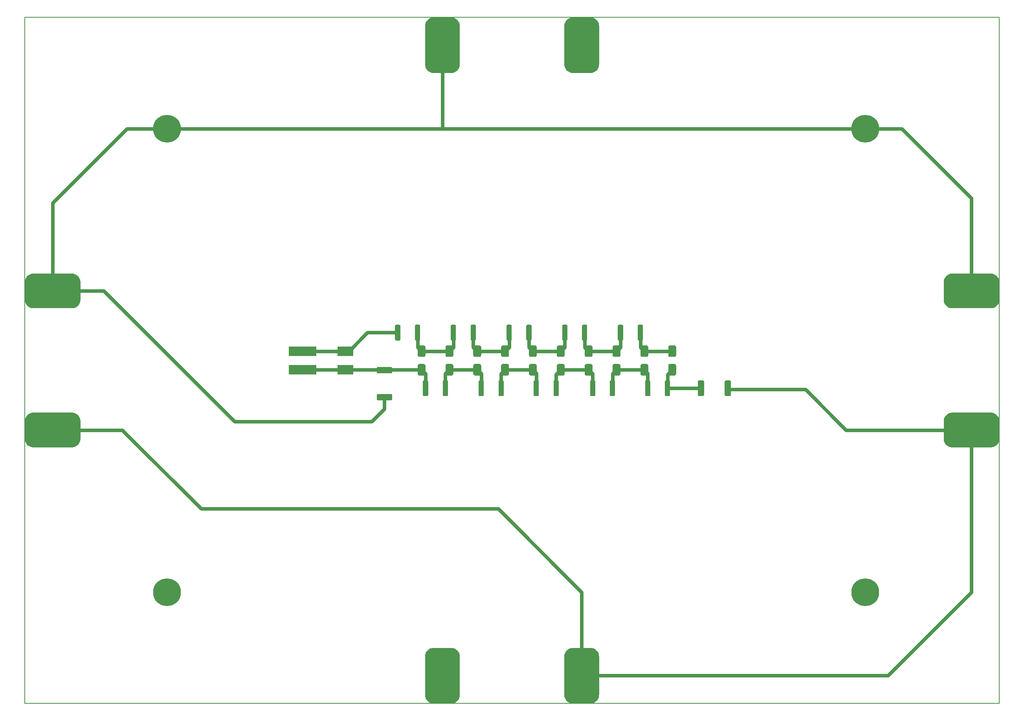
<source format=gbl>
%TF.GenerationSoftware,KiCad,Pcbnew,5.0.1*%
%TF.CreationDate,2019-02-24T21:46:33+01:00*%
%TF.ProjectId,Statikplatte,53746174696B706C617474652E6B6963,rev?*%
%TF.SameCoordinates,Original*%
%TF.FileFunction,Copper,L2,Bot,Signal*%
%TF.FilePolarity,Positive*%
%FSLAX46Y46*%
G04 Gerber Fmt 4.6, Leading zero omitted, Abs format (unit mm)*
G04 Created by KiCad (PCBNEW 5.0.1) date So 24 Feb 2019 21:46:33 CET*
%MOMM*%
%LPD*%
G01*
G04 APERTURE LIST*
%ADD10C,0.150000*%
%ADD11C,0.100000*%
%ADD12C,1.350000*%
%ADD13R,6.000000X2.000000*%
%ADD14R,3.500000X2.000000*%
%ADD15C,1.700000*%
%ADD16C,1.125000*%
%ADD17C,6.000000*%
%ADD18C,7.500000*%
%ADD19C,0.600000*%
%ADD20C,0.800000*%
G04 APERTURE END LIST*
D10*
X15000000Y-15000000D02*
X225000000Y-15000000D01*
X225000000Y-15000000D02*
X225000000Y-163000000D01*
X15000000Y-163000000D02*
X225000000Y-163000000D01*
X15000000Y-15000000D02*
X15000000Y-163000000D01*
D11*
G36*
X93949505Y-90426204D02*
X93973773Y-90429804D01*
X93997572Y-90435765D01*
X94020671Y-90444030D01*
X94042850Y-90454520D01*
X94063893Y-90467132D01*
X94083599Y-90481747D01*
X94101777Y-90498223D01*
X94118253Y-90516401D01*
X94132868Y-90536107D01*
X94145480Y-90557150D01*
X94155970Y-90579329D01*
X94164235Y-90602428D01*
X94170196Y-90626227D01*
X94173796Y-90650495D01*
X94175000Y-90674999D01*
X94175000Y-91525001D01*
X94173796Y-91549505D01*
X94170196Y-91573773D01*
X94164235Y-91597572D01*
X94155970Y-91620671D01*
X94145480Y-91642850D01*
X94132868Y-91663893D01*
X94118253Y-91683599D01*
X94101777Y-91701777D01*
X94083599Y-91718253D01*
X94063893Y-91732868D01*
X94042850Y-91745480D01*
X94020671Y-91755970D01*
X93997572Y-91764235D01*
X93973773Y-91770196D01*
X93949505Y-91773796D01*
X93925001Y-91775000D01*
X91074999Y-91775000D01*
X91050495Y-91773796D01*
X91026227Y-91770196D01*
X91002428Y-91764235D01*
X90979329Y-91755970D01*
X90957150Y-91745480D01*
X90936107Y-91732868D01*
X90916401Y-91718253D01*
X90898223Y-91701777D01*
X90881747Y-91683599D01*
X90867132Y-91663893D01*
X90854520Y-91642850D01*
X90844030Y-91620671D01*
X90835765Y-91597572D01*
X90829804Y-91573773D01*
X90826204Y-91549505D01*
X90825000Y-91525001D01*
X90825000Y-90674999D01*
X90826204Y-90650495D01*
X90829804Y-90626227D01*
X90835765Y-90602428D01*
X90844030Y-90579329D01*
X90854520Y-90557150D01*
X90867132Y-90536107D01*
X90881747Y-90516401D01*
X90898223Y-90498223D01*
X90916401Y-90481747D01*
X90936107Y-90467132D01*
X90957150Y-90454520D01*
X90979329Y-90444030D01*
X91002428Y-90435765D01*
X91026227Y-90429804D01*
X91050495Y-90426204D01*
X91074999Y-90425000D01*
X93925001Y-90425000D01*
X93949505Y-90426204D01*
X93949505Y-90426204D01*
G37*
D12*
X92500000Y-91100000D03*
D11*
G36*
X93949505Y-96226204D02*
X93973773Y-96229804D01*
X93997572Y-96235765D01*
X94020671Y-96244030D01*
X94042850Y-96254520D01*
X94063893Y-96267132D01*
X94083599Y-96281747D01*
X94101777Y-96298223D01*
X94118253Y-96316401D01*
X94132868Y-96336107D01*
X94145480Y-96357150D01*
X94155970Y-96379329D01*
X94164235Y-96402428D01*
X94170196Y-96426227D01*
X94173796Y-96450495D01*
X94175000Y-96474999D01*
X94175000Y-97325001D01*
X94173796Y-97349505D01*
X94170196Y-97373773D01*
X94164235Y-97397572D01*
X94155970Y-97420671D01*
X94145480Y-97442850D01*
X94132868Y-97463893D01*
X94118253Y-97483599D01*
X94101777Y-97501777D01*
X94083599Y-97518253D01*
X94063893Y-97532868D01*
X94042850Y-97545480D01*
X94020671Y-97555970D01*
X93997572Y-97564235D01*
X93973773Y-97570196D01*
X93949505Y-97573796D01*
X93925001Y-97575000D01*
X91074999Y-97575000D01*
X91050495Y-97573796D01*
X91026227Y-97570196D01*
X91002428Y-97564235D01*
X90979329Y-97555970D01*
X90957150Y-97545480D01*
X90936107Y-97532868D01*
X90916401Y-97518253D01*
X90898223Y-97501777D01*
X90881747Y-97483599D01*
X90867132Y-97463893D01*
X90854520Y-97442850D01*
X90844030Y-97420671D01*
X90835765Y-97397572D01*
X90829804Y-97373773D01*
X90826204Y-97349505D01*
X90825000Y-97325001D01*
X90825000Y-96474999D01*
X90826204Y-96450495D01*
X90829804Y-96426227D01*
X90835765Y-96402428D01*
X90844030Y-96379329D01*
X90854520Y-96357150D01*
X90867132Y-96336107D01*
X90881747Y-96316401D01*
X90898223Y-96298223D01*
X90916401Y-96281747D01*
X90936107Y-96267132D01*
X90957150Y-96254520D01*
X90979329Y-96244030D01*
X91002428Y-96235765D01*
X91026227Y-96229804D01*
X91050495Y-96226204D01*
X91074999Y-96225000D01*
X93925001Y-96225000D01*
X93949505Y-96226204D01*
X93949505Y-96226204D01*
G37*
D12*
X92500000Y-96900000D03*
D13*
X74875000Y-91000000D03*
X74875000Y-87000000D03*
D14*
X84125000Y-91000000D03*
X84125000Y-87000000D03*
D11*
G36*
X100966657Y-89752046D02*
X101007913Y-89758166D01*
X101048371Y-89768300D01*
X101087640Y-89782351D01*
X101125344Y-89800183D01*
X101161117Y-89821625D01*
X101194617Y-89846471D01*
X101225520Y-89874480D01*
X101253529Y-89905383D01*
X101278375Y-89938883D01*
X101299817Y-89974656D01*
X101317649Y-90012360D01*
X101331700Y-90051629D01*
X101341834Y-90092087D01*
X101347954Y-90133343D01*
X101350000Y-90175000D01*
X101350000Y-91825000D01*
X101347954Y-91866657D01*
X101341834Y-91907913D01*
X101331700Y-91948371D01*
X101317649Y-91987640D01*
X101299817Y-92025344D01*
X101278375Y-92061117D01*
X101253529Y-92094617D01*
X101225520Y-92125520D01*
X101194617Y-92153529D01*
X101161117Y-92178375D01*
X101125344Y-92199817D01*
X101087640Y-92217649D01*
X101048371Y-92231700D01*
X101007913Y-92241834D01*
X100966657Y-92247954D01*
X100925000Y-92250000D01*
X100075000Y-92250000D01*
X100033343Y-92247954D01*
X99992087Y-92241834D01*
X99951629Y-92231700D01*
X99912360Y-92217649D01*
X99874656Y-92199817D01*
X99838883Y-92178375D01*
X99805383Y-92153529D01*
X99774480Y-92125520D01*
X99746471Y-92094617D01*
X99721625Y-92061117D01*
X99700183Y-92025344D01*
X99682351Y-91987640D01*
X99668300Y-91948371D01*
X99658166Y-91907913D01*
X99652046Y-91866657D01*
X99650000Y-91825000D01*
X99650000Y-90175000D01*
X99652046Y-90133343D01*
X99658166Y-90092087D01*
X99668300Y-90051629D01*
X99682351Y-90012360D01*
X99700183Y-89974656D01*
X99721625Y-89938883D01*
X99746471Y-89905383D01*
X99774480Y-89874480D01*
X99805383Y-89846471D01*
X99838883Y-89821625D01*
X99874656Y-89800183D01*
X99912360Y-89782351D01*
X99951629Y-89768300D01*
X99992087Y-89758166D01*
X100033343Y-89752046D01*
X100075000Y-89750000D01*
X100925000Y-89750000D01*
X100966657Y-89752046D01*
X100966657Y-89752046D01*
G37*
D15*
X100500000Y-91000000D03*
D11*
G36*
X100966657Y-85752046D02*
X101007913Y-85758166D01*
X101048371Y-85768300D01*
X101087640Y-85782351D01*
X101125344Y-85800183D01*
X101161117Y-85821625D01*
X101194617Y-85846471D01*
X101225520Y-85874480D01*
X101253529Y-85905383D01*
X101278375Y-85938883D01*
X101299817Y-85974656D01*
X101317649Y-86012360D01*
X101331700Y-86051629D01*
X101341834Y-86092087D01*
X101347954Y-86133343D01*
X101350000Y-86175000D01*
X101350000Y-87825000D01*
X101347954Y-87866657D01*
X101341834Y-87907913D01*
X101331700Y-87948371D01*
X101317649Y-87987640D01*
X101299817Y-88025344D01*
X101278375Y-88061117D01*
X101253529Y-88094617D01*
X101225520Y-88125520D01*
X101194617Y-88153529D01*
X101161117Y-88178375D01*
X101125344Y-88199817D01*
X101087640Y-88217649D01*
X101048371Y-88231700D01*
X101007913Y-88241834D01*
X100966657Y-88247954D01*
X100925000Y-88250000D01*
X100075000Y-88250000D01*
X100033343Y-88247954D01*
X99992087Y-88241834D01*
X99951629Y-88231700D01*
X99912360Y-88217649D01*
X99874656Y-88199817D01*
X99838883Y-88178375D01*
X99805383Y-88153529D01*
X99774480Y-88125520D01*
X99746471Y-88094617D01*
X99721625Y-88061117D01*
X99700183Y-88025344D01*
X99682351Y-87987640D01*
X99668300Y-87948371D01*
X99658166Y-87907913D01*
X99652046Y-87866657D01*
X99650000Y-87825000D01*
X99650000Y-86175000D01*
X99652046Y-86133343D01*
X99658166Y-86092087D01*
X99668300Y-86051629D01*
X99682351Y-86012360D01*
X99700183Y-85974656D01*
X99721625Y-85938883D01*
X99746471Y-85905383D01*
X99774480Y-85874480D01*
X99805383Y-85846471D01*
X99838883Y-85821625D01*
X99874656Y-85800183D01*
X99912360Y-85782351D01*
X99951629Y-85768300D01*
X99992087Y-85758166D01*
X100033343Y-85752046D01*
X100075000Y-85750000D01*
X100925000Y-85750000D01*
X100966657Y-85752046D01*
X100966657Y-85752046D01*
G37*
D15*
X100500000Y-87000000D03*
D11*
G36*
X161149505Y-93326204D02*
X161173773Y-93329804D01*
X161197572Y-93335765D01*
X161220671Y-93344030D01*
X161242850Y-93354520D01*
X161263893Y-93367132D01*
X161283599Y-93381747D01*
X161301777Y-93398223D01*
X161318253Y-93416401D01*
X161332868Y-93436107D01*
X161345480Y-93457150D01*
X161355970Y-93479329D01*
X161364235Y-93502428D01*
X161370196Y-93526227D01*
X161373796Y-93550495D01*
X161375000Y-93574999D01*
X161375000Y-96425001D01*
X161373796Y-96449505D01*
X161370196Y-96473773D01*
X161364235Y-96497572D01*
X161355970Y-96520671D01*
X161345480Y-96542850D01*
X161332868Y-96563893D01*
X161318253Y-96583599D01*
X161301777Y-96601777D01*
X161283599Y-96618253D01*
X161263893Y-96632868D01*
X161242850Y-96645480D01*
X161220671Y-96655970D01*
X161197572Y-96664235D01*
X161173773Y-96670196D01*
X161149505Y-96673796D01*
X161125001Y-96675000D01*
X160274999Y-96675000D01*
X160250495Y-96673796D01*
X160226227Y-96670196D01*
X160202428Y-96664235D01*
X160179329Y-96655970D01*
X160157150Y-96645480D01*
X160136107Y-96632868D01*
X160116401Y-96618253D01*
X160098223Y-96601777D01*
X160081747Y-96583599D01*
X160067132Y-96563893D01*
X160054520Y-96542850D01*
X160044030Y-96520671D01*
X160035765Y-96497572D01*
X160029804Y-96473773D01*
X160026204Y-96449505D01*
X160025000Y-96425001D01*
X160025000Y-93574999D01*
X160026204Y-93550495D01*
X160029804Y-93526227D01*
X160035765Y-93502428D01*
X160044030Y-93479329D01*
X160054520Y-93457150D01*
X160067132Y-93436107D01*
X160081747Y-93416401D01*
X160098223Y-93398223D01*
X160116401Y-93381747D01*
X160136107Y-93367132D01*
X160157150Y-93354520D01*
X160179329Y-93344030D01*
X160202428Y-93335765D01*
X160226227Y-93329804D01*
X160250495Y-93326204D01*
X160274999Y-93325000D01*
X161125001Y-93325000D01*
X161149505Y-93326204D01*
X161149505Y-93326204D01*
G37*
D12*
X160700000Y-95000000D03*
D11*
G36*
X166949505Y-93326204D02*
X166973773Y-93329804D01*
X166997572Y-93335765D01*
X167020671Y-93344030D01*
X167042850Y-93354520D01*
X167063893Y-93367132D01*
X167083599Y-93381747D01*
X167101777Y-93398223D01*
X167118253Y-93416401D01*
X167132868Y-93436107D01*
X167145480Y-93457150D01*
X167155970Y-93479329D01*
X167164235Y-93502428D01*
X167170196Y-93526227D01*
X167173796Y-93550495D01*
X167175000Y-93574999D01*
X167175000Y-96425001D01*
X167173796Y-96449505D01*
X167170196Y-96473773D01*
X167164235Y-96497572D01*
X167155970Y-96520671D01*
X167145480Y-96542850D01*
X167132868Y-96563893D01*
X167118253Y-96583599D01*
X167101777Y-96601777D01*
X167083599Y-96618253D01*
X167063893Y-96632868D01*
X167042850Y-96645480D01*
X167020671Y-96655970D01*
X166997572Y-96664235D01*
X166973773Y-96670196D01*
X166949505Y-96673796D01*
X166925001Y-96675000D01*
X166074999Y-96675000D01*
X166050495Y-96673796D01*
X166026227Y-96670196D01*
X166002428Y-96664235D01*
X165979329Y-96655970D01*
X165957150Y-96645480D01*
X165936107Y-96632868D01*
X165916401Y-96618253D01*
X165898223Y-96601777D01*
X165881747Y-96583599D01*
X165867132Y-96563893D01*
X165854520Y-96542850D01*
X165844030Y-96520671D01*
X165835765Y-96497572D01*
X165829804Y-96473773D01*
X165826204Y-96449505D01*
X165825000Y-96425001D01*
X165825000Y-93574999D01*
X165826204Y-93550495D01*
X165829804Y-93526227D01*
X165835765Y-93502428D01*
X165844030Y-93479329D01*
X165854520Y-93457150D01*
X165867132Y-93436107D01*
X165881747Y-93416401D01*
X165898223Y-93398223D01*
X165916401Y-93381747D01*
X165936107Y-93367132D01*
X165957150Y-93354520D01*
X165979329Y-93344030D01*
X166002428Y-93335765D01*
X166026227Y-93329804D01*
X166050495Y-93326204D01*
X166074999Y-93325000D01*
X166925001Y-93325000D01*
X166949505Y-93326204D01*
X166949505Y-93326204D01*
G37*
D12*
X166500000Y-95000000D03*
D11*
G36*
X95699505Y-81301204D02*
X95723773Y-81304804D01*
X95747572Y-81310765D01*
X95770671Y-81319030D01*
X95792850Y-81329520D01*
X95813893Y-81342132D01*
X95833599Y-81356747D01*
X95851777Y-81373223D01*
X95868253Y-81391401D01*
X95882868Y-81411107D01*
X95895480Y-81432150D01*
X95905970Y-81454329D01*
X95914235Y-81477428D01*
X95920196Y-81501227D01*
X95923796Y-81525495D01*
X95925000Y-81549999D01*
X95925000Y-84450001D01*
X95923796Y-84474505D01*
X95920196Y-84498773D01*
X95914235Y-84522572D01*
X95905970Y-84545671D01*
X95895480Y-84567850D01*
X95882868Y-84588893D01*
X95868253Y-84608599D01*
X95851777Y-84626777D01*
X95833599Y-84643253D01*
X95813893Y-84657868D01*
X95792850Y-84670480D01*
X95770671Y-84680970D01*
X95747572Y-84689235D01*
X95723773Y-84695196D01*
X95699505Y-84698796D01*
X95675001Y-84700000D01*
X95049999Y-84700000D01*
X95025495Y-84698796D01*
X95001227Y-84695196D01*
X94977428Y-84689235D01*
X94954329Y-84680970D01*
X94932150Y-84670480D01*
X94911107Y-84657868D01*
X94891401Y-84643253D01*
X94873223Y-84626777D01*
X94856747Y-84608599D01*
X94842132Y-84588893D01*
X94829520Y-84567850D01*
X94819030Y-84545671D01*
X94810765Y-84522572D01*
X94804804Y-84498773D01*
X94801204Y-84474505D01*
X94800000Y-84450001D01*
X94800000Y-81549999D01*
X94801204Y-81525495D01*
X94804804Y-81501227D01*
X94810765Y-81477428D01*
X94819030Y-81454329D01*
X94829520Y-81432150D01*
X94842132Y-81411107D01*
X94856747Y-81391401D01*
X94873223Y-81373223D01*
X94891401Y-81356747D01*
X94911107Y-81342132D01*
X94932150Y-81329520D01*
X94954329Y-81319030D01*
X94977428Y-81310765D01*
X95001227Y-81304804D01*
X95025495Y-81301204D01*
X95049999Y-81300000D01*
X95675001Y-81300000D01*
X95699505Y-81301204D01*
X95699505Y-81301204D01*
G37*
D16*
X95362500Y-83000000D03*
D11*
G36*
X99974505Y-81301204D02*
X99998773Y-81304804D01*
X100022572Y-81310765D01*
X100045671Y-81319030D01*
X100067850Y-81329520D01*
X100088893Y-81342132D01*
X100108599Y-81356747D01*
X100126777Y-81373223D01*
X100143253Y-81391401D01*
X100157868Y-81411107D01*
X100170480Y-81432150D01*
X100180970Y-81454329D01*
X100189235Y-81477428D01*
X100195196Y-81501227D01*
X100198796Y-81525495D01*
X100200000Y-81549999D01*
X100200000Y-84450001D01*
X100198796Y-84474505D01*
X100195196Y-84498773D01*
X100189235Y-84522572D01*
X100180970Y-84545671D01*
X100170480Y-84567850D01*
X100157868Y-84588893D01*
X100143253Y-84608599D01*
X100126777Y-84626777D01*
X100108599Y-84643253D01*
X100088893Y-84657868D01*
X100067850Y-84670480D01*
X100045671Y-84680970D01*
X100022572Y-84689235D01*
X99998773Y-84695196D01*
X99974505Y-84698796D01*
X99950001Y-84700000D01*
X99324999Y-84700000D01*
X99300495Y-84698796D01*
X99276227Y-84695196D01*
X99252428Y-84689235D01*
X99229329Y-84680970D01*
X99207150Y-84670480D01*
X99186107Y-84657868D01*
X99166401Y-84643253D01*
X99148223Y-84626777D01*
X99131747Y-84608599D01*
X99117132Y-84588893D01*
X99104520Y-84567850D01*
X99094030Y-84545671D01*
X99085765Y-84522572D01*
X99079804Y-84498773D01*
X99076204Y-84474505D01*
X99075000Y-84450001D01*
X99075000Y-81549999D01*
X99076204Y-81525495D01*
X99079804Y-81501227D01*
X99085765Y-81477428D01*
X99094030Y-81454329D01*
X99104520Y-81432150D01*
X99117132Y-81411107D01*
X99131747Y-81391401D01*
X99148223Y-81373223D01*
X99166401Y-81356747D01*
X99186107Y-81342132D01*
X99207150Y-81329520D01*
X99229329Y-81319030D01*
X99252428Y-81310765D01*
X99276227Y-81304804D01*
X99300495Y-81301204D01*
X99324999Y-81300000D01*
X99950001Y-81300000D01*
X99974505Y-81301204D01*
X99974505Y-81301204D01*
G37*
D16*
X99637500Y-83000000D03*
D11*
G36*
X148966657Y-89752046D02*
X149007913Y-89758166D01*
X149048371Y-89768300D01*
X149087640Y-89782351D01*
X149125344Y-89800183D01*
X149161117Y-89821625D01*
X149194617Y-89846471D01*
X149225520Y-89874480D01*
X149253529Y-89905383D01*
X149278375Y-89938883D01*
X149299817Y-89974656D01*
X149317649Y-90012360D01*
X149331700Y-90051629D01*
X149341834Y-90092087D01*
X149347954Y-90133343D01*
X149350000Y-90175000D01*
X149350000Y-91825000D01*
X149347954Y-91866657D01*
X149341834Y-91907913D01*
X149331700Y-91948371D01*
X149317649Y-91987640D01*
X149299817Y-92025344D01*
X149278375Y-92061117D01*
X149253529Y-92094617D01*
X149225520Y-92125520D01*
X149194617Y-92153529D01*
X149161117Y-92178375D01*
X149125344Y-92199817D01*
X149087640Y-92217649D01*
X149048371Y-92231700D01*
X149007913Y-92241834D01*
X148966657Y-92247954D01*
X148925000Y-92250000D01*
X148075000Y-92250000D01*
X148033343Y-92247954D01*
X147992087Y-92241834D01*
X147951629Y-92231700D01*
X147912360Y-92217649D01*
X147874656Y-92199817D01*
X147838883Y-92178375D01*
X147805383Y-92153529D01*
X147774480Y-92125520D01*
X147746471Y-92094617D01*
X147721625Y-92061117D01*
X147700183Y-92025344D01*
X147682351Y-91987640D01*
X147668300Y-91948371D01*
X147658166Y-91907913D01*
X147652046Y-91866657D01*
X147650000Y-91825000D01*
X147650000Y-90175000D01*
X147652046Y-90133343D01*
X147658166Y-90092087D01*
X147668300Y-90051629D01*
X147682351Y-90012360D01*
X147700183Y-89974656D01*
X147721625Y-89938883D01*
X147746471Y-89905383D01*
X147774480Y-89874480D01*
X147805383Y-89846471D01*
X147838883Y-89821625D01*
X147874656Y-89800183D01*
X147912360Y-89782351D01*
X147951629Y-89768300D01*
X147992087Y-89758166D01*
X148033343Y-89752046D01*
X148075000Y-89750000D01*
X148925000Y-89750000D01*
X148966657Y-89752046D01*
X148966657Y-89752046D01*
G37*
D15*
X148500000Y-91000000D03*
D11*
G36*
X148966657Y-85752046D02*
X149007913Y-85758166D01*
X149048371Y-85768300D01*
X149087640Y-85782351D01*
X149125344Y-85800183D01*
X149161117Y-85821625D01*
X149194617Y-85846471D01*
X149225520Y-85874480D01*
X149253529Y-85905383D01*
X149278375Y-85938883D01*
X149299817Y-85974656D01*
X149317649Y-86012360D01*
X149331700Y-86051629D01*
X149341834Y-86092087D01*
X149347954Y-86133343D01*
X149350000Y-86175000D01*
X149350000Y-87825000D01*
X149347954Y-87866657D01*
X149341834Y-87907913D01*
X149331700Y-87948371D01*
X149317649Y-87987640D01*
X149299817Y-88025344D01*
X149278375Y-88061117D01*
X149253529Y-88094617D01*
X149225520Y-88125520D01*
X149194617Y-88153529D01*
X149161117Y-88178375D01*
X149125344Y-88199817D01*
X149087640Y-88217649D01*
X149048371Y-88231700D01*
X149007913Y-88241834D01*
X148966657Y-88247954D01*
X148925000Y-88250000D01*
X148075000Y-88250000D01*
X148033343Y-88247954D01*
X147992087Y-88241834D01*
X147951629Y-88231700D01*
X147912360Y-88217649D01*
X147874656Y-88199817D01*
X147838883Y-88178375D01*
X147805383Y-88153529D01*
X147774480Y-88125520D01*
X147746471Y-88094617D01*
X147721625Y-88061117D01*
X147700183Y-88025344D01*
X147682351Y-87987640D01*
X147668300Y-87948371D01*
X147658166Y-87907913D01*
X147652046Y-87866657D01*
X147650000Y-87825000D01*
X147650000Y-86175000D01*
X147652046Y-86133343D01*
X147658166Y-86092087D01*
X147668300Y-86051629D01*
X147682351Y-86012360D01*
X147700183Y-85974656D01*
X147721625Y-85938883D01*
X147746471Y-85905383D01*
X147774480Y-85874480D01*
X147805383Y-85846471D01*
X147838883Y-85821625D01*
X147874656Y-85800183D01*
X147912360Y-85782351D01*
X147951629Y-85768300D01*
X147992087Y-85758166D01*
X148033343Y-85752046D01*
X148075000Y-85750000D01*
X148925000Y-85750000D01*
X148966657Y-85752046D01*
X148966657Y-85752046D01*
G37*
D15*
X148500000Y-87000000D03*
D11*
G36*
X142966657Y-85752046D02*
X143007913Y-85758166D01*
X143048371Y-85768300D01*
X143087640Y-85782351D01*
X143125344Y-85800183D01*
X143161117Y-85821625D01*
X143194617Y-85846471D01*
X143225520Y-85874480D01*
X143253529Y-85905383D01*
X143278375Y-85938883D01*
X143299817Y-85974656D01*
X143317649Y-86012360D01*
X143331700Y-86051629D01*
X143341834Y-86092087D01*
X143347954Y-86133343D01*
X143350000Y-86175000D01*
X143350000Y-87825000D01*
X143347954Y-87866657D01*
X143341834Y-87907913D01*
X143331700Y-87948371D01*
X143317649Y-87987640D01*
X143299817Y-88025344D01*
X143278375Y-88061117D01*
X143253529Y-88094617D01*
X143225520Y-88125520D01*
X143194617Y-88153529D01*
X143161117Y-88178375D01*
X143125344Y-88199817D01*
X143087640Y-88217649D01*
X143048371Y-88231700D01*
X143007913Y-88241834D01*
X142966657Y-88247954D01*
X142925000Y-88250000D01*
X142075000Y-88250000D01*
X142033343Y-88247954D01*
X141992087Y-88241834D01*
X141951629Y-88231700D01*
X141912360Y-88217649D01*
X141874656Y-88199817D01*
X141838883Y-88178375D01*
X141805383Y-88153529D01*
X141774480Y-88125520D01*
X141746471Y-88094617D01*
X141721625Y-88061117D01*
X141700183Y-88025344D01*
X141682351Y-87987640D01*
X141668300Y-87948371D01*
X141658166Y-87907913D01*
X141652046Y-87866657D01*
X141650000Y-87825000D01*
X141650000Y-86175000D01*
X141652046Y-86133343D01*
X141658166Y-86092087D01*
X141668300Y-86051629D01*
X141682351Y-86012360D01*
X141700183Y-85974656D01*
X141721625Y-85938883D01*
X141746471Y-85905383D01*
X141774480Y-85874480D01*
X141805383Y-85846471D01*
X141838883Y-85821625D01*
X141874656Y-85800183D01*
X141912360Y-85782351D01*
X141951629Y-85768300D01*
X141992087Y-85758166D01*
X142033343Y-85752046D01*
X142075000Y-85750000D01*
X142925000Y-85750000D01*
X142966657Y-85752046D01*
X142966657Y-85752046D01*
G37*
D15*
X142500000Y-87000000D03*
D11*
G36*
X142966657Y-89752046D02*
X143007913Y-89758166D01*
X143048371Y-89768300D01*
X143087640Y-89782351D01*
X143125344Y-89800183D01*
X143161117Y-89821625D01*
X143194617Y-89846471D01*
X143225520Y-89874480D01*
X143253529Y-89905383D01*
X143278375Y-89938883D01*
X143299817Y-89974656D01*
X143317649Y-90012360D01*
X143331700Y-90051629D01*
X143341834Y-90092087D01*
X143347954Y-90133343D01*
X143350000Y-90175000D01*
X143350000Y-91825000D01*
X143347954Y-91866657D01*
X143341834Y-91907913D01*
X143331700Y-91948371D01*
X143317649Y-91987640D01*
X143299817Y-92025344D01*
X143278375Y-92061117D01*
X143253529Y-92094617D01*
X143225520Y-92125520D01*
X143194617Y-92153529D01*
X143161117Y-92178375D01*
X143125344Y-92199817D01*
X143087640Y-92217649D01*
X143048371Y-92231700D01*
X143007913Y-92241834D01*
X142966657Y-92247954D01*
X142925000Y-92250000D01*
X142075000Y-92250000D01*
X142033343Y-92247954D01*
X141992087Y-92241834D01*
X141951629Y-92231700D01*
X141912360Y-92217649D01*
X141874656Y-92199817D01*
X141838883Y-92178375D01*
X141805383Y-92153529D01*
X141774480Y-92125520D01*
X141746471Y-92094617D01*
X141721625Y-92061117D01*
X141700183Y-92025344D01*
X141682351Y-91987640D01*
X141668300Y-91948371D01*
X141658166Y-91907913D01*
X141652046Y-91866657D01*
X141650000Y-91825000D01*
X141650000Y-90175000D01*
X141652046Y-90133343D01*
X141658166Y-90092087D01*
X141668300Y-90051629D01*
X141682351Y-90012360D01*
X141700183Y-89974656D01*
X141721625Y-89938883D01*
X141746471Y-89905383D01*
X141774480Y-89874480D01*
X141805383Y-89846471D01*
X141838883Y-89821625D01*
X141874656Y-89800183D01*
X141912360Y-89782351D01*
X141951629Y-89768300D01*
X141992087Y-89758166D01*
X142033343Y-89752046D01*
X142075000Y-89750000D01*
X142925000Y-89750000D01*
X142966657Y-89752046D01*
X142966657Y-89752046D01*
G37*
D15*
X142500000Y-91000000D03*
D11*
G36*
X136966657Y-89752047D02*
X137007913Y-89758167D01*
X137048371Y-89768301D01*
X137087640Y-89782352D01*
X137125344Y-89800184D01*
X137161117Y-89821626D01*
X137194617Y-89846472D01*
X137225520Y-89874481D01*
X137253529Y-89905384D01*
X137278375Y-89938884D01*
X137299817Y-89974657D01*
X137317649Y-90012361D01*
X137331700Y-90051630D01*
X137341834Y-90092088D01*
X137347954Y-90133344D01*
X137350000Y-90175001D01*
X137350000Y-91825001D01*
X137347954Y-91866658D01*
X137341834Y-91907914D01*
X137331700Y-91948372D01*
X137317649Y-91987641D01*
X137299817Y-92025345D01*
X137278375Y-92061118D01*
X137253529Y-92094618D01*
X137225520Y-92125521D01*
X137194617Y-92153530D01*
X137161117Y-92178376D01*
X137125344Y-92199818D01*
X137087640Y-92217650D01*
X137048371Y-92231701D01*
X137007913Y-92241835D01*
X136966657Y-92247955D01*
X136925000Y-92250001D01*
X136075000Y-92250001D01*
X136033343Y-92247955D01*
X135992087Y-92241835D01*
X135951629Y-92231701D01*
X135912360Y-92217650D01*
X135874656Y-92199818D01*
X135838883Y-92178376D01*
X135805383Y-92153530D01*
X135774480Y-92125521D01*
X135746471Y-92094618D01*
X135721625Y-92061118D01*
X135700183Y-92025345D01*
X135682351Y-91987641D01*
X135668300Y-91948372D01*
X135658166Y-91907914D01*
X135652046Y-91866658D01*
X135650000Y-91825001D01*
X135650000Y-90175001D01*
X135652046Y-90133344D01*
X135658166Y-90092088D01*
X135668300Y-90051630D01*
X135682351Y-90012361D01*
X135700183Y-89974657D01*
X135721625Y-89938884D01*
X135746471Y-89905384D01*
X135774480Y-89874481D01*
X135805383Y-89846472D01*
X135838883Y-89821626D01*
X135874656Y-89800184D01*
X135912360Y-89782352D01*
X135951629Y-89768301D01*
X135992087Y-89758167D01*
X136033343Y-89752047D01*
X136075000Y-89750001D01*
X136925000Y-89750001D01*
X136966657Y-89752047D01*
X136966657Y-89752047D01*
G37*
D15*
X136500000Y-91000001D03*
D11*
G36*
X136966657Y-85752047D02*
X137007913Y-85758167D01*
X137048371Y-85768301D01*
X137087640Y-85782352D01*
X137125344Y-85800184D01*
X137161117Y-85821626D01*
X137194617Y-85846472D01*
X137225520Y-85874481D01*
X137253529Y-85905384D01*
X137278375Y-85938884D01*
X137299817Y-85974657D01*
X137317649Y-86012361D01*
X137331700Y-86051630D01*
X137341834Y-86092088D01*
X137347954Y-86133344D01*
X137350000Y-86175001D01*
X137350000Y-87825001D01*
X137347954Y-87866658D01*
X137341834Y-87907914D01*
X137331700Y-87948372D01*
X137317649Y-87987641D01*
X137299817Y-88025345D01*
X137278375Y-88061118D01*
X137253529Y-88094618D01*
X137225520Y-88125521D01*
X137194617Y-88153530D01*
X137161117Y-88178376D01*
X137125344Y-88199818D01*
X137087640Y-88217650D01*
X137048371Y-88231701D01*
X137007913Y-88241835D01*
X136966657Y-88247955D01*
X136925000Y-88250001D01*
X136075000Y-88250001D01*
X136033343Y-88247955D01*
X135992087Y-88241835D01*
X135951629Y-88231701D01*
X135912360Y-88217650D01*
X135874656Y-88199818D01*
X135838883Y-88178376D01*
X135805383Y-88153530D01*
X135774480Y-88125521D01*
X135746471Y-88094618D01*
X135721625Y-88061118D01*
X135700183Y-88025345D01*
X135682351Y-87987641D01*
X135668300Y-87948372D01*
X135658166Y-87907914D01*
X135652046Y-87866658D01*
X135650000Y-87825001D01*
X135650000Y-86175001D01*
X135652046Y-86133344D01*
X135658166Y-86092088D01*
X135668300Y-86051630D01*
X135682351Y-86012361D01*
X135700183Y-85974657D01*
X135721625Y-85938884D01*
X135746471Y-85905384D01*
X135774480Y-85874481D01*
X135805383Y-85846472D01*
X135838883Y-85821626D01*
X135874656Y-85800184D01*
X135912360Y-85782352D01*
X135951629Y-85768301D01*
X135992087Y-85758167D01*
X136033343Y-85752047D01*
X136075000Y-85750001D01*
X136925000Y-85750001D01*
X136966657Y-85752047D01*
X136966657Y-85752047D01*
G37*
D15*
X136500000Y-87000001D03*
D11*
G36*
X130966657Y-85752045D02*
X131007913Y-85758165D01*
X131048371Y-85768299D01*
X131087640Y-85782350D01*
X131125344Y-85800182D01*
X131161117Y-85821624D01*
X131194617Y-85846470D01*
X131225520Y-85874479D01*
X131253529Y-85905382D01*
X131278375Y-85938882D01*
X131299817Y-85974655D01*
X131317649Y-86012359D01*
X131331700Y-86051628D01*
X131341834Y-86092086D01*
X131347954Y-86133342D01*
X131350000Y-86174999D01*
X131350000Y-87824999D01*
X131347954Y-87866656D01*
X131341834Y-87907912D01*
X131331700Y-87948370D01*
X131317649Y-87987639D01*
X131299817Y-88025343D01*
X131278375Y-88061116D01*
X131253529Y-88094616D01*
X131225520Y-88125519D01*
X131194617Y-88153528D01*
X131161117Y-88178374D01*
X131125344Y-88199816D01*
X131087640Y-88217648D01*
X131048371Y-88231699D01*
X131007913Y-88241833D01*
X130966657Y-88247953D01*
X130925000Y-88249999D01*
X130075000Y-88249999D01*
X130033343Y-88247953D01*
X129992087Y-88241833D01*
X129951629Y-88231699D01*
X129912360Y-88217648D01*
X129874656Y-88199816D01*
X129838883Y-88178374D01*
X129805383Y-88153528D01*
X129774480Y-88125519D01*
X129746471Y-88094616D01*
X129721625Y-88061116D01*
X129700183Y-88025343D01*
X129682351Y-87987639D01*
X129668300Y-87948370D01*
X129658166Y-87907912D01*
X129652046Y-87866656D01*
X129650000Y-87824999D01*
X129650000Y-86174999D01*
X129652046Y-86133342D01*
X129658166Y-86092086D01*
X129668300Y-86051628D01*
X129682351Y-86012359D01*
X129700183Y-85974655D01*
X129721625Y-85938882D01*
X129746471Y-85905382D01*
X129774480Y-85874479D01*
X129805383Y-85846470D01*
X129838883Y-85821624D01*
X129874656Y-85800182D01*
X129912360Y-85782350D01*
X129951629Y-85768299D01*
X129992087Y-85758165D01*
X130033343Y-85752045D01*
X130075000Y-85749999D01*
X130925000Y-85749999D01*
X130966657Y-85752045D01*
X130966657Y-85752045D01*
G37*
D15*
X130500000Y-86999999D03*
D11*
G36*
X130966657Y-89752045D02*
X131007913Y-89758165D01*
X131048371Y-89768299D01*
X131087640Y-89782350D01*
X131125344Y-89800182D01*
X131161117Y-89821624D01*
X131194617Y-89846470D01*
X131225520Y-89874479D01*
X131253529Y-89905382D01*
X131278375Y-89938882D01*
X131299817Y-89974655D01*
X131317649Y-90012359D01*
X131331700Y-90051628D01*
X131341834Y-90092086D01*
X131347954Y-90133342D01*
X131350000Y-90174999D01*
X131350000Y-91824999D01*
X131347954Y-91866656D01*
X131341834Y-91907912D01*
X131331700Y-91948370D01*
X131317649Y-91987639D01*
X131299817Y-92025343D01*
X131278375Y-92061116D01*
X131253529Y-92094616D01*
X131225520Y-92125519D01*
X131194617Y-92153528D01*
X131161117Y-92178374D01*
X131125344Y-92199816D01*
X131087640Y-92217648D01*
X131048371Y-92231699D01*
X131007913Y-92241833D01*
X130966657Y-92247953D01*
X130925000Y-92249999D01*
X130075000Y-92249999D01*
X130033343Y-92247953D01*
X129992087Y-92241833D01*
X129951629Y-92231699D01*
X129912360Y-92217648D01*
X129874656Y-92199816D01*
X129838883Y-92178374D01*
X129805383Y-92153528D01*
X129774480Y-92125519D01*
X129746471Y-92094616D01*
X129721625Y-92061116D01*
X129700183Y-92025343D01*
X129682351Y-91987639D01*
X129668300Y-91948370D01*
X129658166Y-91907912D01*
X129652046Y-91866656D01*
X129650000Y-91824999D01*
X129650000Y-90174999D01*
X129652046Y-90133342D01*
X129658166Y-90092086D01*
X129668300Y-90051628D01*
X129682351Y-90012359D01*
X129700183Y-89974655D01*
X129721625Y-89938882D01*
X129746471Y-89905382D01*
X129774480Y-89874479D01*
X129805383Y-89846470D01*
X129838883Y-89821624D01*
X129874656Y-89800182D01*
X129912360Y-89782350D01*
X129951629Y-89768299D01*
X129992087Y-89758165D01*
X130033343Y-89752045D01*
X130075000Y-89749999D01*
X130925000Y-89749999D01*
X130966657Y-89752045D01*
X130966657Y-89752045D01*
G37*
D15*
X130500000Y-90999999D03*
D11*
G36*
X124966657Y-89752046D02*
X125007913Y-89758166D01*
X125048371Y-89768300D01*
X125087640Y-89782351D01*
X125125344Y-89800183D01*
X125161117Y-89821625D01*
X125194617Y-89846471D01*
X125225520Y-89874480D01*
X125253529Y-89905383D01*
X125278375Y-89938883D01*
X125299817Y-89974656D01*
X125317649Y-90012360D01*
X125331700Y-90051629D01*
X125341834Y-90092087D01*
X125347954Y-90133343D01*
X125350000Y-90175000D01*
X125350000Y-91825000D01*
X125347954Y-91866657D01*
X125341834Y-91907913D01*
X125331700Y-91948371D01*
X125317649Y-91987640D01*
X125299817Y-92025344D01*
X125278375Y-92061117D01*
X125253529Y-92094617D01*
X125225520Y-92125520D01*
X125194617Y-92153529D01*
X125161117Y-92178375D01*
X125125344Y-92199817D01*
X125087640Y-92217649D01*
X125048371Y-92231700D01*
X125007913Y-92241834D01*
X124966657Y-92247954D01*
X124925000Y-92250000D01*
X124075000Y-92250000D01*
X124033343Y-92247954D01*
X123992087Y-92241834D01*
X123951629Y-92231700D01*
X123912360Y-92217649D01*
X123874656Y-92199817D01*
X123838883Y-92178375D01*
X123805383Y-92153529D01*
X123774480Y-92125520D01*
X123746471Y-92094617D01*
X123721625Y-92061117D01*
X123700183Y-92025344D01*
X123682351Y-91987640D01*
X123668300Y-91948371D01*
X123658166Y-91907913D01*
X123652046Y-91866657D01*
X123650000Y-91825000D01*
X123650000Y-90175000D01*
X123652046Y-90133343D01*
X123658166Y-90092087D01*
X123668300Y-90051629D01*
X123682351Y-90012360D01*
X123700183Y-89974656D01*
X123721625Y-89938883D01*
X123746471Y-89905383D01*
X123774480Y-89874480D01*
X123805383Y-89846471D01*
X123838883Y-89821625D01*
X123874656Y-89800183D01*
X123912360Y-89782351D01*
X123951629Y-89768300D01*
X123992087Y-89758166D01*
X124033343Y-89752046D01*
X124075000Y-89750000D01*
X124925000Y-89750000D01*
X124966657Y-89752046D01*
X124966657Y-89752046D01*
G37*
D15*
X124500000Y-91000000D03*
D11*
G36*
X124966657Y-85752046D02*
X125007913Y-85758166D01*
X125048371Y-85768300D01*
X125087640Y-85782351D01*
X125125344Y-85800183D01*
X125161117Y-85821625D01*
X125194617Y-85846471D01*
X125225520Y-85874480D01*
X125253529Y-85905383D01*
X125278375Y-85938883D01*
X125299817Y-85974656D01*
X125317649Y-86012360D01*
X125331700Y-86051629D01*
X125341834Y-86092087D01*
X125347954Y-86133343D01*
X125350000Y-86175000D01*
X125350000Y-87825000D01*
X125347954Y-87866657D01*
X125341834Y-87907913D01*
X125331700Y-87948371D01*
X125317649Y-87987640D01*
X125299817Y-88025344D01*
X125278375Y-88061117D01*
X125253529Y-88094617D01*
X125225520Y-88125520D01*
X125194617Y-88153529D01*
X125161117Y-88178375D01*
X125125344Y-88199817D01*
X125087640Y-88217649D01*
X125048371Y-88231700D01*
X125007913Y-88241834D01*
X124966657Y-88247954D01*
X124925000Y-88250000D01*
X124075000Y-88250000D01*
X124033343Y-88247954D01*
X123992087Y-88241834D01*
X123951629Y-88231700D01*
X123912360Y-88217649D01*
X123874656Y-88199817D01*
X123838883Y-88178375D01*
X123805383Y-88153529D01*
X123774480Y-88125520D01*
X123746471Y-88094617D01*
X123721625Y-88061117D01*
X123700183Y-88025344D01*
X123682351Y-87987640D01*
X123668300Y-87948371D01*
X123658166Y-87907913D01*
X123652046Y-87866657D01*
X123650000Y-87825000D01*
X123650000Y-86175000D01*
X123652046Y-86133343D01*
X123658166Y-86092087D01*
X123668300Y-86051629D01*
X123682351Y-86012360D01*
X123700183Y-85974656D01*
X123721625Y-85938883D01*
X123746471Y-85905383D01*
X123774480Y-85874480D01*
X123805383Y-85846471D01*
X123838883Y-85821625D01*
X123874656Y-85800183D01*
X123912360Y-85782351D01*
X123951629Y-85768300D01*
X123992087Y-85758166D01*
X124033343Y-85752046D01*
X124075000Y-85750000D01*
X124925000Y-85750000D01*
X124966657Y-85752046D01*
X124966657Y-85752046D01*
G37*
D15*
X124500000Y-87000000D03*
D11*
G36*
X118966657Y-85752046D02*
X119007913Y-85758166D01*
X119048371Y-85768300D01*
X119087640Y-85782351D01*
X119125344Y-85800183D01*
X119161117Y-85821625D01*
X119194617Y-85846471D01*
X119225520Y-85874480D01*
X119253529Y-85905383D01*
X119278375Y-85938883D01*
X119299817Y-85974656D01*
X119317649Y-86012360D01*
X119331700Y-86051629D01*
X119341834Y-86092087D01*
X119347954Y-86133343D01*
X119350000Y-86175000D01*
X119350000Y-87825000D01*
X119347954Y-87866657D01*
X119341834Y-87907913D01*
X119331700Y-87948371D01*
X119317649Y-87987640D01*
X119299817Y-88025344D01*
X119278375Y-88061117D01*
X119253529Y-88094617D01*
X119225520Y-88125520D01*
X119194617Y-88153529D01*
X119161117Y-88178375D01*
X119125344Y-88199817D01*
X119087640Y-88217649D01*
X119048371Y-88231700D01*
X119007913Y-88241834D01*
X118966657Y-88247954D01*
X118925000Y-88250000D01*
X118075000Y-88250000D01*
X118033343Y-88247954D01*
X117992087Y-88241834D01*
X117951629Y-88231700D01*
X117912360Y-88217649D01*
X117874656Y-88199817D01*
X117838883Y-88178375D01*
X117805383Y-88153529D01*
X117774480Y-88125520D01*
X117746471Y-88094617D01*
X117721625Y-88061117D01*
X117700183Y-88025344D01*
X117682351Y-87987640D01*
X117668300Y-87948371D01*
X117658166Y-87907913D01*
X117652046Y-87866657D01*
X117650000Y-87825000D01*
X117650000Y-86175000D01*
X117652046Y-86133343D01*
X117658166Y-86092087D01*
X117668300Y-86051629D01*
X117682351Y-86012360D01*
X117700183Y-85974656D01*
X117721625Y-85938883D01*
X117746471Y-85905383D01*
X117774480Y-85874480D01*
X117805383Y-85846471D01*
X117838883Y-85821625D01*
X117874656Y-85800183D01*
X117912360Y-85782351D01*
X117951629Y-85768300D01*
X117992087Y-85758166D01*
X118033343Y-85752046D01*
X118075000Y-85750000D01*
X118925000Y-85750000D01*
X118966657Y-85752046D01*
X118966657Y-85752046D01*
G37*
D15*
X118500000Y-87000000D03*
D11*
G36*
X118966657Y-89752046D02*
X119007913Y-89758166D01*
X119048371Y-89768300D01*
X119087640Y-89782351D01*
X119125344Y-89800183D01*
X119161117Y-89821625D01*
X119194617Y-89846471D01*
X119225520Y-89874480D01*
X119253529Y-89905383D01*
X119278375Y-89938883D01*
X119299817Y-89974656D01*
X119317649Y-90012360D01*
X119331700Y-90051629D01*
X119341834Y-90092087D01*
X119347954Y-90133343D01*
X119350000Y-90175000D01*
X119350000Y-91825000D01*
X119347954Y-91866657D01*
X119341834Y-91907913D01*
X119331700Y-91948371D01*
X119317649Y-91987640D01*
X119299817Y-92025344D01*
X119278375Y-92061117D01*
X119253529Y-92094617D01*
X119225520Y-92125520D01*
X119194617Y-92153529D01*
X119161117Y-92178375D01*
X119125344Y-92199817D01*
X119087640Y-92217649D01*
X119048371Y-92231700D01*
X119007913Y-92241834D01*
X118966657Y-92247954D01*
X118925000Y-92250000D01*
X118075000Y-92250000D01*
X118033343Y-92247954D01*
X117992087Y-92241834D01*
X117951629Y-92231700D01*
X117912360Y-92217649D01*
X117874656Y-92199817D01*
X117838883Y-92178375D01*
X117805383Y-92153529D01*
X117774480Y-92125520D01*
X117746471Y-92094617D01*
X117721625Y-92061117D01*
X117700183Y-92025344D01*
X117682351Y-91987640D01*
X117668300Y-91948371D01*
X117658166Y-91907913D01*
X117652046Y-91866657D01*
X117650000Y-91825000D01*
X117650000Y-90175000D01*
X117652046Y-90133343D01*
X117658166Y-90092087D01*
X117668300Y-90051629D01*
X117682351Y-90012360D01*
X117700183Y-89974656D01*
X117721625Y-89938883D01*
X117746471Y-89905383D01*
X117774480Y-89874480D01*
X117805383Y-89846471D01*
X117838883Y-89821625D01*
X117874656Y-89800183D01*
X117912360Y-89782351D01*
X117951629Y-89768300D01*
X117992087Y-89758166D01*
X118033343Y-89752046D01*
X118075000Y-89750000D01*
X118925000Y-89750000D01*
X118966657Y-89752046D01*
X118966657Y-89752046D01*
G37*
D15*
X118500000Y-91000000D03*
D11*
G36*
X112966657Y-89752046D02*
X113007913Y-89758166D01*
X113048371Y-89768300D01*
X113087640Y-89782351D01*
X113125344Y-89800183D01*
X113161117Y-89821625D01*
X113194617Y-89846471D01*
X113225520Y-89874480D01*
X113253529Y-89905383D01*
X113278375Y-89938883D01*
X113299817Y-89974656D01*
X113317649Y-90012360D01*
X113331700Y-90051629D01*
X113341834Y-90092087D01*
X113347954Y-90133343D01*
X113350000Y-90175000D01*
X113350000Y-91825000D01*
X113347954Y-91866657D01*
X113341834Y-91907913D01*
X113331700Y-91948371D01*
X113317649Y-91987640D01*
X113299817Y-92025344D01*
X113278375Y-92061117D01*
X113253529Y-92094617D01*
X113225520Y-92125520D01*
X113194617Y-92153529D01*
X113161117Y-92178375D01*
X113125344Y-92199817D01*
X113087640Y-92217649D01*
X113048371Y-92231700D01*
X113007913Y-92241834D01*
X112966657Y-92247954D01*
X112925000Y-92250000D01*
X112075000Y-92250000D01*
X112033343Y-92247954D01*
X111992087Y-92241834D01*
X111951629Y-92231700D01*
X111912360Y-92217649D01*
X111874656Y-92199817D01*
X111838883Y-92178375D01*
X111805383Y-92153529D01*
X111774480Y-92125520D01*
X111746471Y-92094617D01*
X111721625Y-92061117D01*
X111700183Y-92025344D01*
X111682351Y-91987640D01*
X111668300Y-91948371D01*
X111658166Y-91907913D01*
X111652046Y-91866657D01*
X111650000Y-91825000D01*
X111650000Y-90175000D01*
X111652046Y-90133343D01*
X111658166Y-90092087D01*
X111668300Y-90051629D01*
X111682351Y-90012360D01*
X111700183Y-89974656D01*
X111721625Y-89938883D01*
X111746471Y-89905383D01*
X111774480Y-89874480D01*
X111805383Y-89846471D01*
X111838883Y-89821625D01*
X111874656Y-89800183D01*
X111912360Y-89782351D01*
X111951629Y-89768300D01*
X111992087Y-89758166D01*
X112033343Y-89752046D01*
X112075000Y-89750000D01*
X112925000Y-89750000D01*
X112966657Y-89752046D01*
X112966657Y-89752046D01*
G37*
D15*
X112500000Y-91000000D03*
D11*
G36*
X112966657Y-85752046D02*
X113007913Y-85758166D01*
X113048371Y-85768300D01*
X113087640Y-85782351D01*
X113125344Y-85800183D01*
X113161117Y-85821625D01*
X113194617Y-85846471D01*
X113225520Y-85874480D01*
X113253529Y-85905383D01*
X113278375Y-85938883D01*
X113299817Y-85974656D01*
X113317649Y-86012360D01*
X113331700Y-86051629D01*
X113341834Y-86092087D01*
X113347954Y-86133343D01*
X113350000Y-86175000D01*
X113350000Y-87825000D01*
X113347954Y-87866657D01*
X113341834Y-87907913D01*
X113331700Y-87948371D01*
X113317649Y-87987640D01*
X113299817Y-88025344D01*
X113278375Y-88061117D01*
X113253529Y-88094617D01*
X113225520Y-88125520D01*
X113194617Y-88153529D01*
X113161117Y-88178375D01*
X113125344Y-88199817D01*
X113087640Y-88217649D01*
X113048371Y-88231700D01*
X113007913Y-88241834D01*
X112966657Y-88247954D01*
X112925000Y-88250000D01*
X112075000Y-88250000D01*
X112033343Y-88247954D01*
X111992087Y-88241834D01*
X111951629Y-88231700D01*
X111912360Y-88217649D01*
X111874656Y-88199817D01*
X111838883Y-88178375D01*
X111805383Y-88153529D01*
X111774480Y-88125520D01*
X111746471Y-88094617D01*
X111721625Y-88061117D01*
X111700183Y-88025344D01*
X111682351Y-87987640D01*
X111668300Y-87948371D01*
X111658166Y-87907913D01*
X111652046Y-87866657D01*
X111650000Y-87825000D01*
X111650000Y-86175000D01*
X111652046Y-86133343D01*
X111658166Y-86092087D01*
X111668300Y-86051629D01*
X111682351Y-86012360D01*
X111700183Y-85974656D01*
X111721625Y-85938883D01*
X111746471Y-85905383D01*
X111774480Y-85874480D01*
X111805383Y-85846471D01*
X111838883Y-85821625D01*
X111874656Y-85800183D01*
X111912360Y-85782351D01*
X111951629Y-85768300D01*
X111992087Y-85758166D01*
X112033343Y-85752046D01*
X112075000Y-85750000D01*
X112925000Y-85750000D01*
X112966657Y-85752046D01*
X112966657Y-85752046D01*
G37*
D15*
X112500000Y-87000000D03*
D11*
G36*
X106966657Y-85752045D02*
X107007913Y-85758165D01*
X107048371Y-85768299D01*
X107087640Y-85782350D01*
X107125344Y-85800182D01*
X107161117Y-85821624D01*
X107194617Y-85846470D01*
X107225520Y-85874479D01*
X107253529Y-85905382D01*
X107278375Y-85938882D01*
X107299817Y-85974655D01*
X107317649Y-86012359D01*
X107331700Y-86051628D01*
X107341834Y-86092086D01*
X107347954Y-86133342D01*
X107350000Y-86174999D01*
X107350000Y-87824999D01*
X107347954Y-87866656D01*
X107341834Y-87907912D01*
X107331700Y-87948370D01*
X107317649Y-87987639D01*
X107299817Y-88025343D01*
X107278375Y-88061116D01*
X107253529Y-88094616D01*
X107225520Y-88125519D01*
X107194617Y-88153528D01*
X107161117Y-88178374D01*
X107125344Y-88199816D01*
X107087640Y-88217648D01*
X107048371Y-88231699D01*
X107007913Y-88241833D01*
X106966657Y-88247953D01*
X106925000Y-88249999D01*
X106075000Y-88249999D01*
X106033343Y-88247953D01*
X105992087Y-88241833D01*
X105951629Y-88231699D01*
X105912360Y-88217648D01*
X105874656Y-88199816D01*
X105838883Y-88178374D01*
X105805383Y-88153528D01*
X105774480Y-88125519D01*
X105746471Y-88094616D01*
X105721625Y-88061116D01*
X105700183Y-88025343D01*
X105682351Y-87987639D01*
X105668300Y-87948370D01*
X105658166Y-87907912D01*
X105652046Y-87866656D01*
X105650000Y-87824999D01*
X105650000Y-86174999D01*
X105652046Y-86133342D01*
X105658166Y-86092086D01*
X105668300Y-86051628D01*
X105682351Y-86012359D01*
X105700183Y-85974655D01*
X105721625Y-85938882D01*
X105746471Y-85905382D01*
X105774480Y-85874479D01*
X105805383Y-85846470D01*
X105838883Y-85821624D01*
X105874656Y-85800182D01*
X105912360Y-85782350D01*
X105951629Y-85768299D01*
X105992087Y-85758165D01*
X106033343Y-85752045D01*
X106075000Y-85749999D01*
X106925000Y-85749999D01*
X106966657Y-85752045D01*
X106966657Y-85752045D01*
G37*
D15*
X106500000Y-86999999D03*
D11*
G36*
X106966657Y-89752045D02*
X107007913Y-89758165D01*
X107048371Y-89768299D01*
X107087640Y-89782350D01*
X107125344Y-89800182D01*
X107161117Y-89821624D01*
X107194617Y-89846470D01*
X107225520Y-89874479D01*
X107253529Y-89905382D01*
X107278375Y-89938882D01*
X107299817Y-89974655D01*
X107317649Y-90012359D01*
X107331700Y-90051628D01*
X107341834Y-90092086D01*
X107347954Y-90133342D01*
X107350000Y-90174999D01*
X107350000Y-91824999D01*
X107347954Y-91866656D01*
X107341834Y-91907912D01*
X107331700Y-91948370D01*
X107317649Y-91987639D01*
X107299817Y-92025343D01*
X107278375Y-92061116D01*
X107253529Y-92094616D01*
X107225520Y-92125519D01*
X107194617Y-92153528D01*
X107161117Y-92178374D01*
X107125344Y-92199816D01*
X107087640Y-92217648D01*
X107048371Y-92231699D01*
X107007913Y-92241833D01*
X106966657Y-92247953D01*
X106925000Y-92249999D01*
X106075000Y-92249999D01*
X106033343Y-92247953D01*
X105992087Y-92241833D01*
X105951629Y-92231699D01*
X105912360Y-92217648D01*
X105874656Y-92199816D01*
X105838883Y-92178374D01*
X105805383Y-92153528D01*
X105774480Y-92125519D01*
X105746471Y-92094616D01*
X105721625Y-92061116D01*
X105700183Y-92025343D01*
X105682351Y-91987639D01*
X105668300Y-91948370D01*
X105658166Y-91907912D01*
X105652046Y-91866656D01*
X105650000Y-91824999D01*
X105650000Y-90174999D01*
X105652046Y-90133342D01*
X105658166Y-90092086D01*
X105668300Y-90051628D01*
X105682351Y-90012359D01*
X105700183Y-89974655D01*
X105721625Y-89938882D01*
X105746471Y-89905382D01*
X105774480Y-89874479D01*
X105805383Y-89846470D01*
X105838883Y-89821624D01*
X105874656Y-89800182D01*
X105912360Y-89782350D01*
X105951629Y-89768299D01*
X105992087Y-89758165D01*
X106033343Y-89752045D01*
X106075000Y-89749999D01*
X106925000Y-89749999D01*
X106966657Y-89752045D01*
X106966657Y-89752045D01*
G37*
D15*
X106500000Y-90999999D03*
D11*
G36*
X154966657Y-85752046D02*
X155007913Y-85758166D01*
X155048371Y-85768300D01*
X155087640Y-85782351D01*
X155125344Y-85800183D01*
X155161117Y-85821625D01*
X155194617Y-85846471D01*
X155225520Y-85874480D01*
X155253529Y-85905383D01*
X155278375Y-85938883D01*
X155299817Y-85974656D01*
X155317649Y-86012360D01*
X155331700Y-86051629D01*
X155341834Y-86092087D01*
X155347954Y-86133343D01*
X155350000Y-86175000D01*
X155350000Y-87825000D01*
X155347954Y-87866657D01*
X155341834Y-87907913D01*
X155331700Y-87948371D01*
X155317649Y-87987640D01*
X155299817Y-88025344D01*
X155278375Y-88061117D01*
X155253529Y-88094617D01*
X155225520Y-88125520D01*
X155194617Y-88153529D01*
X155161117Y-88178375D01*
X155125344Y-88199817D01*
X155087640Y-88217649D01*
X155048371Y-88231700D01*
X155007913Y-88241834D01*
X154966657Y-88247954D01*
X154925000Y-88250000D01*
X154075000Y-88250000D01*
X154033343Y-88247954D01*
X153992087Y-88241834D01*
X153951629Y-88231700D01*
X153912360Y-88217649D01*
X153874656Y-88199817D01*
X153838883Y-88178375D01*
X153805383Y-88153529D01*
X153774480Y-88125520D01*
X153746471Y-88094617D01*
X153721625Y-88061117D01*
X153700183Y-88025344D01*
X153682351Y-87987640D01*
X153668300Y-87948371D01*
X153658166Y-87907913D01*
X153652046Y-87866657D01*
X153650000Y-87825000D01*
X153650000Y-86175000D01*
X153652046Y-86133343D01*
X153658166Y-86092087D01*
X153668300Y-86051629D01*
X153682351Y-86012360D01*
X153700183Y-85974656D01*
X153721625Y-85938883D01*
X153746471Y-85905383D01*
X153774480Y-85874480D01*
X153805383Y-85846471D01*
X153838883Y-85821625D01*
X153874656Y-85800183D01*
X153912360Y-85782351D01*
X153951629Y-85768300D01*
X153992087Y-85758166D01*
X154033343Y-85752046D01*
X154075000Y-85750000D01*
X154925000Y-85750000D01*
X154966657Y-85752046D01*
X154966657Y-85752046D01*
G37*
D15*
X154500000Y-87000000D03*
D11*
G36*
X154966657Y-89752046D02*
X155007913Y-89758166D01*
X155048371Y-89768300D01*
X155087640Y-89782351D01*
X155125344Y-89800183D01*
X155161117Y-89821625D01*
X155194617Y-89846471D01*
X155225520Y-89874480D01*
X155253529Y-89905383D01*
X155278375Y-89938883D01*
X155299817Y-89974656D01*
X155317649Y-90012360D01*
X155331700Y-90051629D01*
X155341834Y-90092087D01*
X155347954Y-90133343D01*
X155350000Y-90175000D01*
X155350000Y-91825000D01*
X155347954Y-91866657D01*
X155341834Y-91907913D01*
X155331700Y-91948371D01*
X155317649Y-91987640D01*
X155299817Y-92025344D01*
X155278375Y-92061117D01*
X155253529Y-92094617D01*
X155225520Y-92125520D01*
X155194617Y-92153529D01*
X155161117Y-92178375D01*
X155125344Y-92199817D01*
X155087640Y-92217649D01*
X155048371Y-92231700D01*
X155007913Y-92241834D01*
X154966657Y-92247954D01*
X154925000Y-92250000D01*
X154075000Y-92250000D01*
X154033343Y-92247954D01*
X153992087Y-92241834D01*
X153951629Y-92231700D01*
X153912360Y-92217649D01*
X153874656Y-92199817D01*
X153838883Y-92178375D01*
X153805383Y-92153529D01*
X153774480Y-92125520D01*
X153746471Y-92094617D01*
X153721625Y-92061117D01*
X153700183Y-92025344D01*
X153682351Y-91987640D01*
X153668300Y-91948371D01*
X153658166Y-91907913D01*
X153652046Y-91866657D01*
X153650000Y-91825000D01*
X153650000Y-90175000D01*
X153652046Y-90133343D01*
X153658166Y-90092087D01*
X153668300Y-90051629D01*
X153682351Y-90012360D01*
X153700183Y-89974656D01*
X153721625Y-89938883D01*
X153746471Y-89905383D01*
X153774480Y-89874480D01*
X153805383Y-89846471D01*
X153838883Y-89821625D01*
X153874656Y-89800183D01*
X153912360Y-89782351D01*
X153951629Y-89768300D01*
X153992087Y-89758166D01*
X154033343Y-89752046D01*
X154075000Y-89750000D01*
X154925000Y-89750000D01*
X154966657Y-89752046D01*
X154966657Y-89752046D01*
G37*
D15*
X154500000Y-91000000D03*
D11*
G36*
X149562005Y-93301204D02*
X149586273Y-93304804D01*
X149610072Y-93310765D01*
X149633171Y-93319030D01*
X149655350Y-93329520D01*
X149676393Y-93342132D01*
X149696099Y-93356747D01*
X149714277Y-93373223D01*
X149730753Y-93391401D01*
X149745368Y-93411107D01*
X149757980Y-93432150D01*
X149768470Y-93454329D01*
X149776735Y-93477428D01*
X149782696Y-93501227D01*
X149786296Y-93525495D01*
X149787500Y-93549999D01*
X149787500Y-96450001D01*
X149786296Y-96474505D01*
X149782696Y-96498773D01*
X149776735Y-96522572D01*
X149768470Y-96545671D01*
X149757980Y-96567850D01*
X149745368Y-96588893D01*
X149730753Y-96608599D01*
X149714277Y-96626777D01*
X149696099Y-96643253D01*
X149676393Y-96657868D01*
X149655350Y-96670480D01*
X149633171Y-96680970D01*
X149610072Y-96689235D01*
X149586273Y-96695196D01*
X149562005Y-96698796D01*
X149537501Y-96700000D01*
X148912499Y-96700000D01*
X148887995Y-96698796D01*
X148863727Y-96695196D01*
X148839928Y-96689235D01*
X148816829Y-96680970D01*
X148794650Y-96670480D01*
X148773607Y-96657868D01*
X148753901Y-96643253D01*
X148735723Y-96626777D01*
X148719247Y-96608599D01*
X148704632Y-96588893D01*
X148692020Y-96567850D01*
X148681530Y-96545671D01*
X148673265Y-96522572D01*
X148667304Y-96498773D01*
X148663704Y-96474505D01*
X148662500Y-96450001D01*
X148662500Y-93549999D01*
X148663704Y-93525495D01*
X148667304Y-93501227D01*
X148673265Y-93477428D01*
X148681530Y-93454329D01*
X148692020Y-93432150D01*
X148704632Y-93411107D01*
X148719247Y-93391401D01*
X148735723Y-93373223D01*
X148753901Y-93356747D01*
X148773607Y-93342132D01*
X148794650Y-93329520D01*
X148816829Y-93319030D01*
X148839928Y-93310765D01*
X148863727Y-93304804D01*
X148887995Y-93301204D01*
X148912499Y-93300000D01*
X149537501Y-93300000D01*
X149562005Y-93301204D01*
X149562005Y-93301204D01*
G37*
D16*
X149225000Y-95000000D03*
D11*
G36*
X153837005Y-93301204D02*
X153861273Y-93304804D01*
X153885072Y-93310765D01*
X153908171Y-93319030D01*
X153930350Y-93329520D01*
X153951393Y-93342132D01*
X153971099Y-93356747D01*
X153989277Y-93373223D01*
X154005753Y-93391401D01*
X154020368Y-93411107D01*
X154032980Y-93432150D01*
X154043470Y-93454329D01*
X154051735Y-93477428D01*
X154057696Y-93501227D01*
X154061296Y-93525495D01*
X154062500Y-93549999D01*
X154062500Y-96450001D01*
X154061296Y-96474505D01*
X154057696Y-96498773D01*
X154051735Y-96522572D01*
X154043470Y-96545671D01*
X154032980Y-96567850D01*
X154020368Y-96588893D01*
X154005753Y-96608599D01*
X153989277Y-96626777D01*
X153971099Y-96643253D01*
X153951393Y-96657868D01*
X153930350Y-96670480D01*
X153908171Y-96680970D01*
X153885072Y-96689235D01*
X153861273Y-96695196D01*
X153837005Y-96698796D01*
X153812501Y-96700000D01*
X153187499Y-96700000D01*
X153162995Y-96698796D01*
X153138727Y-96695196D01*
X153114928Y-96689235D01*
X153091829Y-96680970D01*
X153069650Y-96670480D01*
X153048607Y-96657868D01*
X153028901Y-96643253D01*
X153010723Y-96626777D01*
X152994247Y-96608599D01*
X152979632Y-96588893D01*
X152967020Y-96567850D01*
X152956530Y-96545671D01*
X152948265Y-96522572D01*
X152942304Y-96498773D01*
X152938704Y-96474505D01*
X152937500Y-96450001D01*
X152937500Y-93549999D01*
X152938704Y-93525495D01*
X152942304Y-93501227D01*
X152948265Y-93477428D01*
X152956530Y-93454329D01*
X152967020Y-93432150D01*
X152979632Y-93411107D01*
X152994247Y-93391401D01*
X153010723Y-93373223D01*
X153028901Y-93356747D01*
X153048607Y-93342132D01*
X153069650Y-93329520D01*
X153091829Y-93319030D01*
X153114928Y-93310765D01*
X153138727Y-93304804D01*
X153162995Y-93301204D01*
X153187499Y-93300000D01*
X153812501Y-93300000D01*
X153837005Y-93301204D01*
X153837005Y-93301204D01*
G37*
D16*
X153500000Y-95000000D03*
D11*
G36*
X143699505Y-81301204D02*
X143723773Y-81304804D01*
X143747572Y-81310765D01*
X143770671Y-81319030D01*
X143792850Y-81329520D01*
X143813893Y-81342132D01*
X143833599Y-81356747D01*
X143851777Y-81373223D01*
X143868253Y-81391401D01*
X143882868Y-81411107D01*
X143895480Y-81432150D01*
X143905970Y-81454329D01*
X143914235Y-81477428D01*
X143920196Y-81501227D01*
X143923796Y-81525495D01*
X143925000Y-81549999D01*
X143925000Y-84450001D01*
X143923796Y-84474505D01*
X143920196Y-84498773D01*
X143914235Y-84522572D01*
X143905970Y-84545671D01*
X143895480Y-84567850D01*
X143882868Y-84588893D01*
X143868253Y-84608599D01*
X143851777Y-84626777D01*
X143833599Y-84643253D01*
X143813893Y-84657868D01*
X143792850Y-84670480D01*
X143770671Y-84680970D01*
X143747572Y-84689235D01*
X143723773Y-84695196D01*
X143699505Y-84698796D01*
X143675001Y-84700000D01*
X143049999Y-84700000D01*
X143025495Y-84698796D01*
X143001227Y-84695196D01*
X142977428Y-84689235D01*
X142954329Y-84680970D01*
X142932150Y-84670480D01*
X142911107Y-84657868D01*
X142891401Y-84643253D01*
X142873223Y-84626777D01*
X142856747Y-84608599D01*
X142842132Y-84588893D01*
X142829520Y-84567850D01*
X142819030Y-84545671D01*
X142810765Y-84522572D01*
X142804804Y-84498773D01*
X142801204Y-84474505D01*
X142800000Y-84450001D01*
X142800000Y-81549999D01*
X142801204Y-81525495D01*
X142804804Y-81501227D01*
X142810765Y-81477428D01*
X142819030Y-81454329D01*
X142829520Y-81432150D01*
X142842132Y-81411107D01*
X142856747Y-81391401D01*
X142873223Y-81373223D01*
X142891401Y-81356747D01*
X142911107Y-81342132D01*
X142932150Y-81329520D01*
X142954329Y-81319030D01*
X142977428Y-81310765D01*
X143001227Y-81304804D01*
X143025495Y-81301204D01*
X143049999Y-81300000D01*
X143675001Y-81300000D01*
X143699505Y-81301204D01*
X143699505Y-81301204D01*
G37*
D16*
X143362500Y-83000000D03*
D11*
G36*
X147974505Y-81301204D02*
X147998773Y-81304804D01*
X148022572Y-81310765D01*
X148045671Y-81319030D01*
X148067850Y-81329520D01*
X148088893Y-81342132D01*
X148108599Y-81356747D01*
X148126777Y-81373223D01*
X148143253Y-81391401D01*
X148157868Y-81411107D01*
X148170480Y-81432150D01*
X148180970Y-81454329D01*
X148189235Y-81477428D01*
X148195196Y-81501227D01*
X148198796Y-81525495D01*
X148200000Y-81549999D01*
X148200000Y-84450001D01*
X148198796Y-84474505D01*
X148195196Y-84498773D01*
X148189235Y-84522572D01*
X148180970Y-84545671D01*
X148170480Y-84567850D01*
X148157868Y-84588893D01*
X148143253Y-84608599D01*
X148126777Y-84626777D01*
X148108599Y-84643253D01*
X148088893Y-84657868D01*
X148067850Y-84670480D01*
X148045671Y-84680970D01*
X148022572Y-84689235D01*
X147998773Y-84695196D01*
X147974505Y-84698796D01*
X147950001Y-84700000D01*
X147324999Y-84700000D01*
X147300495Y-84698796D01*
X147276227Y-84695196D01*
X147252428Y-84689235D01*
X147229329Y-84680970D01*
X147207150Y-84670480D01*
X147186107Y-84657868D01*
X147166401Y-84643253D01*
X147148223Y-84626777D01*
X147131747Y-84608599D01*
X147117132Y-84588893D01*
X147104520Y-84567850D01*
X147094030Y-84545671D01*
X147085765Y-84522572D01*
X147079804Y-84498773D01*
X147076204Y-84474505D01*
X147075000Y-84450001D01*
X147075000Y-81549999D01*
X147076204Y-81525495D01*
X147079804Y-81501227D01*
X147085765Y-81477428D01*
X147094030Y-81454329D01*
X147104520Y-81432150D01*
X147117132Y-81411107D01*
X147131747Y-81391401D01*
X147148223Y-81373223D01*
X147166401Y-81356747D01*
X147186107Y-81342132D01*
X147207150Y-81329520D01*
X147229329Y-81319030D01*
X147252428Y-81310765D01*
X147276227Y-81304804D01*
X147300495Y-81301204D01*
X147324999Y-81300000D01*
X147950001Y-81300000D01*
X147974505Y-81301204D01*
X147974505Y-81301204D01*
G37*
D16*
X147637500Y-83000000D03*
D11*
G36*
X137699505Y-93301204D02*
X137723773Y-93304804D01*
X137747572Y-93310765D01*
X137770671Y-93319030D01*
X137792850Y-93329520D01*
X137813893Y-93342132D01*
X137833599Y-93356747D01*
X137851777Y-93373223D01*
X137868253Y-93391401D01*
X137882868Y-93411107D01*
X137895480Y-93432150D01*
X137905970Y-93454329D01*
X137914235Y-93477428D01*
X137920196Y-93501227D01*
X137923796Y-93525495D01*
X137925000Y-93549999D01*
X137925000Y-96450001D01*
X137923796Y-96474505D01*
X137920196Y-96498773D01*
X137914235Y-96522572D01*
X137905970Y-96545671D01*
X137895480Y-96567850D01*
X137882868Y-96588893D01*
X137868253Y-96608599D01*
X137851777Y-96626777D01*
X137833599Y-96643253D01*
X137813893Y-96657868D01*
X137792850Y-96670480D01*
X137770671Y-96680970D01*
X137747572Y-96689235D01*
X137723773Y-96695196D01*
X137699505Y-96698796D01*
X137675001Y-96700000D01*
X137049999Y-96700000D01*
X137025495Y-96698796D01*
X137001227Y-96695196D01*
X136977428Y-96689235D01*
X136954329Y-96680970D01*
X136932150Y-96670480D01*
X136911107Y-96657868D01*
X136891401Y-96643253D01*
X136873223Y-96626777D01*
X136856747Y-96608599D01*
X136842132Y-96588893D01*
X136829520Y-96567850D01*
X136819030Y-96545671D01*
X136810765Y-96522572D01*
X136804804Y-96498773D01*
X136801204Y-96474505D01*
X136800000Y-96450001D01*
X136800000Y-93549999D01*
X136801204Y-93525495D01*
X136804804Y-93501227D01*
X136810765Y-93477428D01*
X136819030Y-93454329D01*
X136829520Y-93432150D01*
X136842132Y-93411107D01*
X136856747Y-93391401D01*
X136873223Y-93373223D01*
X136891401Y-93356747D01*
X136911107Y-93342132D01*
X136932150Y-93329520D01*
X136954329Y-93319030D01*
X136977428Y-93310765D01*
X137001227Y-93304804D01*
X137025495Y-93301204D01*
X137049999Y-93300000D01*
X137675001Y-93300000D01*
X137699505Y-93301204D01*
X137699505Y-93301204D01*
G37*
D16*
X137362500Y-95000000D03*
D11*
G36*
X141974505Y-93301204D02*
X141998773Y-93304804D01*
X142022572Y-93310765D01*
X142045671Y-93319030D01*
X142067850Y-93329520D01*
X142088893Y-93342132D01*
X142108599Y-93356747D01*
X142126777Y-93373223D01*
X142143253Y-93391401D01*
X142157868Y-93411107D01*
X142170480Y-93432150D01*
X142180970Y-93454329D01*
X142189235Y-93477428D01*
X142195196Y-93501227D01*
X142198796Y-93525495D01*
X142200000Y-93549999D01*
X142200000Y-96450001D01*
X142198796Y-96474505D01*
X142195196Y-96498773D01*
X142189235Y-96522572D01*
X142180970Y-96545671D01*
X142170480Y-96567850D01*
X142157868Y-96588893D01*
X142143253Y-96608599D01*
X142126777Y-96626777D01*
X142108599Y-96643253D01*
X142088893Y-96657868D01*
X142067850Y-96670480D01*
X142045671Y-96680970D01*
X142022572Y-96689235D01*
X141998773Y-96695196D01*
X141974505Y-96698796D01*
X141950001Y-96700000D01*
X141324999Y-96700000D01*
X141300495Y-96698796D01*
X141276227Y-96695196D01*
X141252428Y-96689235D01*
X141229329Y-96680970D01*
X141207150Y-96670480D01*
X141186107Y-96657868D01*
X141166401Y-96643253D01*
X141148223Y-96626777D01*
X141131747Y-96608599D01*
X141117132Y-96588893D01*
X141104520Y-96567850D01*
X141094030Y-96545671D01*
X141085765Y-96522572D01*
X141079804Y-96498773D01*
X141076204Y-96474505D01*
X141075000Y-96450001D01*
X141075000Y-93549999D01*
X141076204Y-93525495D01*
X141079804Y-93501227D01*
X141085765Y-93477428D01*
X141094030Y-93454329D01*
X141104520Y-93432150D01*
X141117132Y-93411107D01*
X141131747Y-93391401D01*
X141148223Y-93373223D01*
X141166401Y-93356747D01*
X141186107Y-93342132D01*
X141207150Y-93329520D01*
X141229329Y-93319030D01*
X141252428Y-93310765D01*
X141276227Y-93304804D01*
X141300495Y-93301204D01*
X141324999Y-93300000D01*
X141950001Y-93300000D01*
X141974505Y-93301204D01*
X141974505Y-93301204D01*
G37*
D16*
X141637500Y-95000000D03*
D11*
G36*
X131699505Y-81301204D02*
X131723773Y-81304804D01*
X131747572Y-81310765D01*
X131770671Y-81319030D01*
X131792850Y-81329520D01*
X131813893Y-81342132D01*
X131833599Y-81356747D01*
X131851777Y-81373223D01*
X131868253Y-81391401D01*
X131882868Y-81411107D01*
X131895480Y-81432150D01*
X131905970Y-81454329D01*
X131914235Y-81477428D01*
X131920196Y-81501227D01*
X131923796Y-81525495D01*
X131925000Y-81549999D01*
X131925000Y-84450001D01*
X131923796Y-84474505D01*
X131920196Y-84498773D01*
X131914235Y-84522572D01*
X131905970Y-84545671D01*
X131895480Y-84567850D01*
X131882868Y-84588893D01*
X131868253Y-84608599D01*
X131851777Y-84626777D01*
X131833599Y-84643253D01*
X131813893Y-84657868D01*
X131792850Y-84670480D01*
X131770671Y-84680970D01*
X131747572Y-84689235D01*
X131723773Y-84695196D01*
X131699505Y-84698796D01*
X131675001Y-84700000D01*
X131049999Y-84700000D01*
X131025495Y-84698796D01*
X131001227Y-84695196D01*
X130977428Y-84689235D01*
X130954329Y-84680970D01*
X130932150Y-84670480D01*
X130911107Y-84657868D01*
X130891401Y-84643253D01*
X130873223Y-84626777D01*
X130856747Y-84608599D01*
X130842132Y-84588893D01*
X130829520Y-84567850D01*
X130819030Y-84545671D01*
X130810765Y-84522572D01*
X130804804Y-84498773D01*
X130801204Y-84474505D01*
X130800000Y-84450001D01*
X130800000Y-81549999D01*
X130801204Y-81525495D01*
X130804804Y-81501227D01*
X130810765Y-81477428D01*
X130819030Y-81454329D01*
X130829520Y-81432150D01*
X130842132Y-81411107D01*
X130856747Y-81391401D01*
X130873223Y-81373223D01*
X130891401Y-81356747D01*
X130911107Y-81342132D01*
X130932150Y-81329520D01*
X130954329Y-81319030D01*
X130977428Y-81310765D01*
X131001227Y-81304804D01*
X131025495Y-81301204D01*
X131049999Y-81300000D01*
X131675001Y-81300000D01*
X131699505Y-81301204D01*
X131699505Y-81301204D01*
G37*
D16*
X131362500Y-83000000D03*
D11*
G36*
X135974505Y-81301204D02*
X135998773Y-81304804D01*
X136022572Y-81310765D01*
X136045671Y-81319030D01*
X136067850Y-81329520D01*
X136088893Y-81342132D01*
X136108599Y-81356747D01*
X136126777Y-81373223D01*
X136143253Y-81391401D01*
X136157868Y-81411107D01*
X136170480Y-81432150D01*
X136180970Y-81454329D01*
X136189235Y-81477428D01*
X136195196Y-81501227D01*
X136198796Y-81525495D01*
X136200000Y-81549999D01*
X136200000Y-84450001D01*
X136198796Y-84474505D01*
X136195196Y-84498773D01*
X136189235Y-84522572D01*
X136180970Y-84545671D01*
X136170480Y-84567850D01*
X136157868Y-84588893D01*
X136143253Y-84608599D01*
X136126777Y-84626777D01*
X136108599Y-84643253D01*
X136088893Y-84657868D01*
X136067850Y-84670480D01*
X136045671Y-84680970D01*
X136022572Y-84689235D01*
X135998773Y-84695196D01*
X135974505Y-84698796D01*
X135950001Y-84700000D01*
X135324999Y-84700000D01*
X135300495Y-84698796D01*
X135276227Y-84695196D01*
X135252428Y-84689235D01*
X135229329Y-84680970D01*
X135207150Y-84670480D01*
X135186107Y-84657868D01*
X135166401Y-84643253D01*
X135148223Y-84626777D01*
X135131747Y-84608599D01*
X135117132Y-84588893D01*
X135104520Y-84567850D01*
X135094030Y-84545671D01*
X135085765Y-84522572D01*
X135079804Y-84498773D01*
X135076204Y-84474505D01*
X135075000Y-84450001D01*
X135075000Y-81549999D01*
X135076204Y-81525495D01*
X135079804Y-81501227D01*
X135085765Y-81477428D01*
X135094030Y-81454329D01*
X135104520Y-81432150D01*
X135117132Y-81411107D01*
X135131747Y-81391401D01*
X135148223Y-81373223D01*
X135166401Y-81356747D01*
X135186107Y-81342132D01*
X135207150Y-81329520D01*
X135229329Y-81319030D01*
X135252428Y-81310765D01*
X135276227Y-81304804D01*
X135300495Y-81301204D01*
X135324999Y-81300000D01*
X135950001Y-81300000D01*
X135974505Y-81301204D01*
X135974505Y-81301204D01*
G37*
D16*
X135637500Y-83000000D03*
D11*
G36*
X125562005Y-93301204D02*
X125586273Y-93304804D01*
X125610072Y-93310765D01*
X125633171Y-93319030D01*
X125655350Y-93329520D01*
X125676393Y-93342132D01*
X125696099Y-93356747D01*
X125714277Y-93373223D01*
X125730753Y-93391401D01*
X125745368Y-93411107D01*
X125757980Y-93432150D01*
X125768470Y-93454329D01*
X125776735Y-93477428D01*
X125782696Y-93501227D01*
X125786296Y-93525495D01*
X125787500Y-93549999D01*
X125787500Y-96450001D01*
X125786296Y-96474505D01*
X125782696Y-96498773D01*
X125776735Y-96522572D01*
X125768470Y-96545671D01*
X125757980Y-96567850D01*
X125745368Y-96588893D01*
X125730753Y-96608599D01*
X125714277Y-96626777D01*
X125696099Y-96643253D01*
X125676393Y-96657868D01*
X125655350Y-96670480D01*
X125633171Y-96680970D01*
X125610072Y-96689235D01*
X125586273Y-96695196D01*
X125562005Y-96698796D01*
X125537501Y-96700000D01*
X124912499Y-96700000D01*
X124887995Y-96698796D01*
X124863727Y-96695196D01*
X124839928Y-96689235D01*
X124816829Y-96680970D01*
X124794650Y-96670480D01*
X124773607Y-96657868D01*
X124753901Y-96643253D01*
X124735723Y-96626777D01*
X124719247Y-96608599D01*
X124704632Y-96588893D01*
X124692020Y-96567850D01*
X124681530Y-96545671D01*
X124673265Y-96522572D01*
X124667304Y-96498773D01*
X124663704Y-96474505D01*
X124662500Y-96450001D01*
X124662500Y-93549999D01*
X124663704Y-93525495D01*
X124667304Y-93501227D01*
X124673265Y-93477428D01*
X124681530Y-93454329D01*
X124692020Y-93432150D01*
X124704632Y-93411107D01*
X124719247Y-93391401D01*
X124735723Y-93373223D01*
X124753901Y-93356747D01*
X124773607Y-93342132D01*
X124794650Y-93329520D01*
X124816829Y-93319030D01*
X124839928Y-93310765D01*
X124863727Y-93304804D01*
X124887995Y-93301204D01*
X124912499Y-93300000D01*
X125537501Y-93300000D01*
X125562005Y-93301204D01*
X125562005Y-93301204D01*
G37*
D16*
X125225000Y-95000000D03*
D11*
G36*
X129837005Y-93301204D02*
X129861273Y-93304804D01*
X129885072Y-93310765D01*
X129908171Y-93319030D01*
X129930350Y-93329520D01*
X129951393Y-93342132D01*
X129971099Y-93356747D01*
X129989277Y-93373223D01*
X130005753Y-93391401D01*
X130020368Y-93411107D01*
X130032980Y-93432150D01*
X130043470Y-93454329D01*
X130051735Y-93477428D01*
X130057696Y-93501227D01*
X130061296Y-93525495D01*
X130062500Y-93549999D01*
X130062500Y-96450001D01*
X130061296Y-96474505D01*
X130057696Y-96498773D01*
X130051735Y-96522572D01*
X130043470Y-96545671D01*
X130032980Y-96567850D01*
X130020368Y-96588893D01*
X130005753Y-96608599D01*
X129989277Y-96626777D01*
X129971099Y-96643253D01*
X129951393Y-96657868D01*
X129930350Y-96670480D01*
X129908171Y-96680970D01*
X129885072Y-96689235D01*
X129861273Y-96695196D01*
X129837005Y-96698796D01*
X129812501Y-96700000D01*
X129187499Y-96700000D01*
X129162995Y-96698796D01*
X129138727Y-96695196D01*
X129114928Y-96689235D01*
X129091829Y-96680970D01*
X129069650Y-96670480D01*
X129048607Y-96657868D01*
X129028901Y-96643253D01*
X129010723Y-96626777D01*
X128994247Y-96608599D01*
X128979632Y-96588893D01*
X128967020Y-96567850D01*
X128956530Y-96545671D01*
X128948265Y-96522572D01*
X128942304Y-96498773D01*
X128938704Y-96474505D01*
X128937500Y-96450001D01*
X128937500Y-93549999D01*
X128938704Y-93525495D01*
X128942304Y-93501227D01*
X128948265Y-93477428D01*
X128956530Y-93454329D01*
X128967020Y-93432150D01*
X128979632Y-93411107D01*
X128994247Y-93391401D01*
X129010723Y-93373223D01*
X129028901Y-93356747D01*
X129048607Y-93342132D01*
X129069650Y-93329520D01*
X129091829Y-93319030D01*
X129114928Y-93310765D01*
X129138727Y-93304804D01*
X129162995Y-93301204D01*
X129187499Y-93300000D01*
X129812501Y-93300000D01*
X129837005Y-93301204D01*
X129837005Y-93301204D01*
G37*
D16*
X129500000Y-95000000D03*
D11*
G36*
X119699505Y-81301204D02*
X119723773Y-81304804D01*
X119747572Y-81310765D01*
X119770671Y-81319030D01*
X119792850Y-81329520D01*
X119813893Y-81342132D01*
X119833599Y-81356747D01*
X119851777Y-81373223D01*
X119868253Y-81391401D01*
X119882868Y-81411107D01*
X119895480Y-81432150D01*
X119905970Y-81454329D01*
X119914235Y-81477428D01*
X119920196Y-81501227D01*
X119923796Y-81525495D01*
X119925000Y-81549999D01*
X119925000Y-84450001D01*
X119923796Y-84474505D01*
X119920196Y-84498773D01*
X119914235Y-84522572D01*
X119905970Y-84545671D01*
X119895480Y-84567850D01*
X119882868Y-84588893D01*
X119868253Y-84608599D01*
X119851777Y-84626777D01*
X119833599Y-84643253D01*
X119813893Y-84657868D01*
X119792850Y-84670480D01*
X119770671Y-84680970D01*
X119747572Y-84689235D01*
X119723773Y-84695196D01*
X119699505Y-84698796D01*
X119675001Y-84700000D01*
X119049999Y-84700000D01*
X119025495Y-84698796D01*
X119001227Y-84695196D01*
X118977428Y-84689235D01*
X118954329Y-84680970D01*
X118932150Y-84670480D01*
X118911107Y-84657868D01*
X118891401Y-84643253D01*
X118873223Y-84626777D01*
X118856747Y-84608599D01*
X118842132Y-84588893D01*
X118829520Y-84567850D01*
X118819030Y-84545671D01*
X118810765Y-84522572D01*
X118804804Y-84498773D01*
X118801204Y-84474505D01*
X118800000Y-84450001D01*
X118800000Y-81549999D01*
X118801204Y-81525495D01*
X118804804Y-81501227D01*
X118810765Y-81477428D01*
X118819030Y-81454329D01*
X118829520Y-81432150D01*
X118842132Y-81411107D01*
X118856747Y-81391401D01*
X118873223Y-81373223D01*
X118891401Y-81356747D01*
X118911107Y-81342132D01*
X118932150Y-81329520D01*
X118954329Y-81319030D01*
X118977428Y-81310765D01*
X119001227Y-81304804D01*
X119025495Y-81301204D01*
X119049999Y-81300000D01*
X119675001Y-81300000D01*
X119699505Y-81301204D01*
X119699505Y-81301204D01*
G37*
D16*
X119362500Y-83000000D03*
D11*
G36*
X123974505Y-81301204D02*
X123998773Y-81304804D01*
X124022572Y-81310765D01*
X124045671Y-81319030D01*
X124067850Y-81329520D01*
X124088893Y-81342132D01*
X124108599Y-81356747D01*
X124126777Y-81373223D01*
X124143253Y-81391401D01*
X124157868Y-81411107D01*
X124170480Y-81432150D01*
X124180970Y-81454329D01*
X124189235Y-81477428D01*
X124195196Y-81501227D01*
X124198796Y-81525495D01*
X124200000Y-81549999D01*
X124200000Y-84450001D01*
X124198796Y-84474505D01*
X124195196Y-84498773D01*
X124189235Y-84522572D01*
X124180970Y-84545671D01*
X124170480Y-84567850D01*
X124157868Y-84588893D01*
X124143253Y-84608599D01*
X124126777Y-84626777D01*
X124108599Y-84643253D01*
X124088893Y-84657868D01*
X124067850Y-84670480D01*
X124045671Y-84680970D01*
X124022572Y-84689235D01*
X123998773Y-84695196D01*
X123974505Y-84698796D01*
X123950001Y-84700000D01*
X123324999Y-84700000D01*
X123300495Y-84698796D01*
X123276227Y-84695196D01*
X123252428Y-84689235D01*
X123229329Y-84680970D01*
X123207150Y-84670480D01*
X123186107Y-84657868D01*
X123166401Y-84643253D01*
X123148223Y-84626777D01*
X123131747Y-84608599D01*
X123117132Y-84588893D01*
X123104520Y-84567850D01*
X123094030Y-84545671D01*
X123085765Y-84522572D01*
X123079804Y-84498773D01*
X123076204Y-84474505D01*
X123075000Y-84450001D01*
X123075000Y-81549999D01*
X123076204Y-81525495D01*
X123079804Y-81501227D01*
X123085765Y-81477428D01*
X123094030Y-81454329D01*
X123104520Y-81432150D01*
X123117132Y-81411107D01*
X123131747Y-81391401D01*
X123148223Y-81373223D01*
X123166401Y-81356747D01*
X123186107Y-81342132D01*
X123207150Y-81329520D01*
X123229329Y-81319030D01*
X123252428Y-81310765D01*
X123276227Y-81304804D01*
X123300495Y-81301204D01*
X123324999Y-81300000D01*
X123950001Y-81300000D01*
X123974505Y-81301204D01*
X123974505Y-81301204D01*
G37*
D16*
X123637500Y-83000000D03*
D11*
G36*
X113699505Y-93301204D02*
X113723773Y-93304804D01*
X113747572Y-93310765D01*
X113770671Y-93319030D01*
X113792850Y-93329520D01*
X113813893Y-93342132D01*
X113833599Y-93356747D01*
X113851777Y-93373223D01*
X113868253Y-93391401D01*
X113882868Y-93411107D01*
X113895480Y-93432150D01*
X113905970Y-93454329D01*
X113914235Y-93477428D01*
X113920196Y-93501227D01*
X113923796Y-93525495D01*
X113925000Y-93549999D01*
X113925000Y-96450001D01*
X113923796Y-96474505D01*
X113920196Y-96498773D01*
X113914235Y-96522572D01*
X113905970Y-96545671D01*
X113895480Y-96567850D01*
X113882868Y-96588893D01*
X113868253Y-96608599D01*
X113851777Y-96626777D01*
X113833599Y-96643253D01*
X113813893Y-96657868D01*
X113792850Y-96670480D01*
X113770671Y-96680970D01*
X113747572Y-96689235D01*
X113723773Y-96695196D01*
X113699505Y-96698796D01*
X113675001Y-96700000D01*
X113049999Y-96700000D01*
X113025495Y-96698796D01*
X113001227Y-96695196D01*
X112977428Y-96689235D01*
X112954329Y-96680970D01*
X112932150Y-96670480D01*
X112911107Y-96657868D01*
X112891401Y-96643253D01*
X112873223Y-96626777D01*
X112856747Y-96608599D01*
X112842132Y-96588893D01*
X112829520Y-96567850D01*
X112819030Y-96545671D01*
X112810765Y-96522572D01*
X112804804Y-96498773D01*
X112801204Y-96474505D01*
X112800000Y-96450001D01*
X112800000Y-93549999D01*
X112801204Y-93525495D01*
X112804804Y-93501227D01*
X112810765Y-93477428D01*
X112819030Y-93454329D01*
X112829520Y-93432150D01*
X112842132Y-93411107D01*
X112856747Y-93391401D01*
X112873223Y-93373223D01*
X112891401Y-93356747D01*
X112911107Y-93342132D01*
X112932150Y-93329520D01*
X112954329Y-93319030D01*
X112977428Y-93310765D01*
X113001227Y-93304804D01*
X113025495Y-93301204D01*
X113049999Y-93300000D01*
X113675001Y-93300000D01*
X113699505Y-93301204D01*
X113699505Y-93301204D01*
G37*
D16*
X113362500Y-95000000D03*
D11*
G36*
X117974505Y-93301204D02*
X117998773Y-93304804D01*
X118022572Y-93310765D01*
X118045671Y-93319030D01*
X118067850Y-93329520D01*
X118088893Y-93342132D01*
X118108599Y-93356747D01*
X118126777Y-93373223D01*
X118143253Y-93391401D01*
X118157868Y-93411107D01*
X118170480Y-93432150D01*
X118180970Y-93454329D01*
X118189235Y-93477428D01*
X118195196Y-93501227D01*
X118198796Y-93525495D01*
X118200000Y-93549999D01*
X118200000Y-96450001D01*
X118198796Y-96474505D01*
X118195196Y-96498773D01*
X118189235Y-96522572D01*
X118180970Y-96545671D01*
X118170480Y-96567850D01*
X118157868Y-96588893D01*
X118143253Y-96608599D01*
X118126777Y-96626777D01*
X118108599Y-96643253D01*
X118088893Y-96657868D01*
X118067850Y-96670480D01*
X118045671Y-96680970D01*
X118022572Y-96689235D01*
X117998773Y-96695196D01*
X117974505Y-96698796D01*
X117950001Y-96700000D01*
X117324999Y-96700000D01*
X117300495Y-96698796D01*
X117276227Y-96695196D01*
X117252428Y-96689235D01*
X117229329Y-96680970D01*
X117207150Y-96670480D01*
X117186107Y-96657868D01*
X117166401Y-96643253D01*
X117148223Y-96626777D01*
X117131747Y-96608599D01*
X117117132Y-96588893D01*
X117104520Y-96567850D01*
X117094030Y-96545671D01*
X117085765Y-96522572D01*
X117079804Y-96498773D01*
X117076204Y-96474505D01*
X117075000Y-96450001D01*
X117075000Y-93549999D01*
X117076204Y-93525495D01*
X117079804Y-93501227D01*
X117085765Y-93477428D01*
X117094030Y-93454329D01*
X117104520Y-93432150D01*
X117117132Y-93411107D01*
X117131747Y-93391401D01*
X117148223Y-93373223D01*
X117166401Y-93356747D01*
X117186107Y-93342132D01*
X117207150Y-93329520D01*
X117229329Y-93319030D01*
X117252428Y-93310765D01*
X117276227Y-93304804D01*
X117300495Y-93301204D01*
X117324999Y-93300000D01*
X117950001Y-93300000D01*
X117974505Y-93301204D01*
X117974505Y-93301204D01*
G37*
D16*
X117637500Y-95000000D03*
D11*
G36*
X107699505Y-81301204D02*
X107723773Y-81304804D01*
X107747572Y-81310765D01*
X107770671Y-81319030D01*
X107792850Y-81329520D01*
X107813893Y-81342132D01*
X107833599Y-81356747D01*
X107851777Y-81373223D01*
X107868253Y-81391401D01*
X107882868Y-81411107D01*
X107895480Y-81432150D01*
X107905970Y-81454329D01*
X107914235Y-81477428D01*
X107920196Y-81501227D01*
X107923796Y-81525495D01*
X107925000Y-81549999D01*
X107925000Y-84450001D01*
X107923796Y-84474505D01*
X107920196Y-84498773D01*
X107914235Y-84522572D01*
X107905970Y-84545671D01*
X107895480Y-84567850D01*
X107882868Y-84588893D01*
X107868253Y-84608599D01*
X107851777Y-84626777D01*
X107833599Y-84643253D01*
X107813893Y-84657868D01*
X107792850Y-84670480D01*
X107770671Y-84680970D01*
X107747572Y-84689235D01*
X107723773Y-84695196D01*
X107699505Y-84698796D01*
X107675001Y-84700000D01*
X107049999Y-84700000D01*
X107025495Y-84698796D01*
X107001227Y-84695196D01*
X106977428Y-84689235D01*
X106954329Y-84680970D01*
X106932150Y-84670480D01*
X106911107Y-84657868D01*
X106891401Y-84643253D01*
X106873223Y-84626777D01*
X106856747Y-84608599D01*
X106842132Y-84588893D01*
X106829520Y-84567850D01*
X106819030Y-84545671D01*
X106810765Y-84522572D01*
X106804804Y-84498773D01*
X106801204Y-84474505D01*
X106800000Y-84450001D01*
X106800000Y-81549999D01*
X106801204Y-81525495D01*
X106804804Y-81501227D01*
X106810765Y-81477428D01*
X106819030Y-81454329D01*
X106829520Y-81432150D01*
X106842132Y-81411107D01*
X106856747Y-81391401D01*
X106873223Y-81373223D01*
X106891401Y-81356747D01*
X106911107Y-81342132D01*
X106932150Y-81329520D01*
X106954329Y-81319030D01*
X106977428Y-81310765D01*
X107001227Y-81304804D01*
X107025495Y-81301204D01*
X107049999Y-81300000D01*
X107675001Y-81300000D01*
X107699505Y-81301204D01*
X107699505Y-81301204D01*
G37*
D16*
X107362500Y-83000000D03*
D11*
G36*
X111974505Y-81301204D02*
X111998773Y-81304804D01*
X112022572Y-81310765D01*
X112045671Y-81319030D01*
X112067850Y-81329520D01*
X112088893Y-81342132D01*
X112108599Y-81356747D01*
X112126777Y-81373223D01*
X112143253Y-81391401D01*
X112157868Y-81411107D01*
X112170480Y-81432150D01*
X112180970Y-81454329D01*
X112189235Y-81477428D01*
X112195196Y-81501227D01*
X112198796Y-81525495D01*
X112200000Y-81549999D01*
X112200000Y-84450001D01*
X112198796Y-84474505D01*
X112195196Y-84498773D01*
X112189235Y-84522572D01*
X112180970Y-84545671D01*
X112170480Y-84567850D01*
X112157868Y-84588893D01*
X112143253Y-84608599D01*
X112126777Y-84626777D01*
X112108599Y-84643253D01*
X112088893Y-84657868D01*
X112067850Y-84670480D01*
X112045671Y-84680970D01*
X112022572Y-84689235D01*
X111998773Y-84695196D01*
X111974505Y-84698796D01*
X111950001Y-84700000D01*
X111324999Y-84700000D01*
X111300495Y-84698796D01*
X111276227Y-84695196D01*
X111252428Y-84689235D01*
X111229329Y-84680970D01*
X111207150Y-84670480D01*
X111186107Y-84657868D01*
X111166401Y-84643253D01*
X111148223Y-84626777D01*
X111131747Y-84608599D01*
X111117132Y-84588893D01*
X111104520Y-84567850D01*
X111094030Y-84545671D01*
X111085765Y-84522572D01*
X111079804Y-84498773D01*
X111076204Y-84474505D01*
X111075000Y-84450001D01*
X111075000Y-81549999D01*
X111076204Y-81525495D01*
X111079804Y-81501227D01*
X111085765Y-81477428D01*
X111094030Y-81454329D01*
X111104520Y-81432150D01*
X111117132Y-81411107D01*
X111131747Y-81391401D01*
X111148223Y-81373223D01*
X111166401Y-81356747D01*
X111186107Y-81342132D01*
X111207150Y-81329520D01*
X111229329Y-81319030D01*
X111252428Y-81310765D01*
X111276227Y-81304804D01*
X111300495Y-81301204D01*
X111324999Y-81300000D01*
X111950001Y-81300000D01*
X111974505Y-81301204D01*
X111974505Y-81301204D01*
G37*
D16*
X111637500Y-83000000D03*
D11*
G36*
X101699505Y-93301204D02*
X101723773Y-93304804D01*
X101747572Y-93310765D01*
X101770671Y-93319030D01*
X101792850Y-93329520D01*
X101813893Y-93342132D01*
X101833599Y-93356747D01*
X101851777Y-93373223D01*
X101868253Y-93391401D01*
X101882868Y-93411107D01*
X101895480Y-93432150D01*
X101905970Y-93454329D01*
X101914235Y-93477428D01*
X101920196Y-93501227D01*
X101923796Y-93525495D01*
X101925000Y-93549999D01*
X101925000Y-96450001D01*
X101923796Y-96474505D01*
X101920196Y-96498773D01*
X101914235Y-96522572D01*
X101905970Y-96545671D01*
X101895480Y-96567850D01*
X101882868Y-96588893D01*
X101868253Y-96608599D01*
X101851777Y-96626777D01*
X101833599Y-96643253D01*
X101813893Y-96657868D01*
X101792850Y-96670480D01*
X101770671Y-96680970D01*
X101747572Y-96689235D01*
X101723773Y-96695196D01*
X101699505Y-96698796D01*
X101675001Y-96700000D01*
X101049999Y-96700000D01*
X101025495Y-96698796D01*
X101001227Y-96695196D01*
X100977428Y-96689235D01*
X100954329Y-96680970D01*
X100932150Y-96670480D01*
X100911107Y-96657868D01*
X100891401Y-96643253D01*
X100873223Y-96626777D01*
X100856747Y-96608599D01*
X100842132Y-96588893D01*
X100829520Y-96567850D01*
X100819030Y-96545671D01*
X100810765Y-96522572D01*
X100804804Y-96498773D01*
X100801204Y-96474505D01*
X100800000Y-96450001D01*
X100800000Y-93549999D01*
X100801204Y-93525495D01*
X100804804Y-93501227D01*
X100810765Y-93477428D01*
X100819030Y-93454329D01*
X100829520Y-93432150D01*
X100842132Y-93411107D01*
X100856747Y-93391401D01*
X100873223Y-93373223D01*
X100891401Y-93356747D01*
X100911107Y-93342132D01*
X100932150Y-93329520D01*
X100954329Y-93319030D01*
X100977428Y-93310765D01*
X101001227Y-93304804D01*
X101025495Y-93301204D01*
X101049999Y-93300000D01*
X101675001Y-93300000D01*
X101699505Y-93301204D01*
X101699505Y-93301204D01*
G37*
D16*
X101362500Y-95000000D03*
D11*
G36*
X105974505Y-93301204D02*
X105998773Y-93304804D01*
X106022572Y-93310765D01*
X106045671Y-93319030D01*
X106067850Y-93329520D01*
X106088893Y-93342132D01*
X106108599Y-93356747D01*
X106126777Y-93373223D01*
X106143253Y-93391401D01*
X106157868Y-93411107D01*
X106170480Y-93432150D01*
X106180970Y-93454329D01*
X106189235Y-93477428D01*
X106195196Y-93501227D01*
X106198796Y-93525495D01*
X106200000Y-93549999D01*
X106200000Y-96450001D01*
X106198796Y-96474505D01*
X106195196Y-96498773D01*
X106189235Y-96522572D01*
X106180970Y-96545671D01*
X106170480Y-96567850D01*
X106157868Y-96588893D01*
X106143253Y-96608599D01*
X106126777Y-96626777D01*
X106108599Y-96643253D01*
X106088893Y-96657868D01*
X106067850Y-96670480D01*
X106045671Y-96680970D01*
X106022572Y-96689235D01*
X105998773Y-96695196D01*
X105974505Y-96698796D01*
X105950001Y-96700000D01*
X105324999Y-96700000D01*
X105300495Y-96698796D01*
X105276227Y-96695196D01*
X105252428Y-96689235D01*
X105229329Y-96680970D01*
X105207150Y-96670480D01*
X105186107Y-96657868D01*
X105166401Y-96643253D01*
X105148223Y-96626777D01*
X105131747Y-96608599D01*
X105117132Y-96588893D01*
X105104520Y-96567850D01*
X105094030Y-96545671D01*
X105085765Y-96522572D01*
X105079804Y-96498773D01*
X105076204Y-96474505D01*
X105075000Y-96450001D01*
X105075000Y-93549999D01*
X105076204Y-93525495D01*
X105079804Y-93501227D01*
X105085765Y-93477428D01*
X105094030Y-93454329D01*
X105104520Y-93432150D01*
X105117132Y-93411107D01*
X105131747Y-93391401D01*
X105148223Y-93373223D01*
X105166401Y-93356747D01*
X105186107Y-93342132D01*
X105207150Y-93329520D01*
X105229329Y-93319030D01*
X105252428Y-93310765D01*
X105276227Y-93304804D01*
X105300495Y-93301204D01*
X105324999Y-93300000D01*
X105950001Y-93300000D01*
X105974505Y-93301204D01*
X105974505Y-93301204D01*
G37*
D16*
X105637500Y-95000000D03*
D17*
X45625000Y-139000000D03*
X196125000Y-39000000D03*
X196125000Y-139000000D03*
X45625000Y-39000000D03*
D11*
G36*
X25308782Y-100259029D02*
X25490794Y-100286028D01*
X25669284Y-100330737D01*
X25842531Y-100392726D01*
X26008869Y-100471398D01*
X26166694Y-100565994D01*
X26314487Y-100675605D01*
X26450825Y-100799175D01*
X26574395Y-100935513D01*
X26684006Y-101083306D01*
X26778602Y-101241131D01*
X26857274Y-101407469D01*
X26919263Y-101580716D01*
X26963972Y-101759206D01*
X26990971Y-101941218D01*
X27000000Y-102125000D01*
X27000000Y-105875000D01*
X26990971Y-106058782D01*
X26963972Y-106240794D01*
X26919263Y-106419284D01*
X26857274Y-106592531D01*
X26778602Y-106758869D01*
X26684006Y-106916694D01*
X26574395Y-107064487D01*
X26450825Y-107200825D01*
X26314487Y-107324395D01*
X26166694Y-107434006D01*
X26008869Y-107528602D01*
X25842531Y-107607274D01*
X25669284Y-107669263D01*
X25490794Y-107713972D01*
X25308782Y-107740971D01*
X25125000Y-107750000D01*
X16875000Y-107750000D01*
X16691218Y-107740971D01*
X16509206Y-107713972D01*
X16330716Y-107669263D01*
X16157469Y-107607274D01*
X15991131Y-107528602D01*
X15833306Y-107434006D01*
X15685513Y-107324395D01*
X15549175Y-107200825D01*
X15425605Y-107064487D01*
X15315994Y-106916694D01*
X15221398Y-106758869D01*
X15142726Y-106592531D01*
X15080737Y-106419284D01*
X15036028Y-106240794D01*
X15009029Y-106058782D01*
X15000000Y-105875000D01*
X15000000Y-102125000D01*
X15009029Y-101941218D01*
X15036028Y-101759206D01*
X15080737Y-101580716D01*
X15142726Y-101407469D01*
X15221398Y-101241131D01*
X15315994Y-101083306D01*
X15425605Y-100935513D01*
X15549175Y-100799175D01*
X15685513Y-100675605D01*
X15833306Y-100565994D01*
X15991131Y-100471398D01*
X16157469Y-100392726D01*
X16330716Y-100330737D01*
X16509206Y-100286028D01*
X16691218Y-100259029D01*
X16875000Y-100250000D01*
X25125000Y-100250000D01*
X25308782Y-100259029D01*
X25308782Y-100259029D01*
G37*
D18*
X21000000Y-104000000D03*
D11*
G36*
X223308782Y-100259029D02*
X223490794Y-100286028D01*
X223669284Y-100330737D01*
X223842531Y-100392726D01*
X224008869Y-100471398D01*
X224166694Y-100565994D01*
X224314487Y-100675605D01*
X224450825Y-100799175D01*
X224574395Y-100935513D01*
X224684006Y-101083306D01*
X224778602Y-101241131D01*
X224857274Y-101407469D01*
X224919263Y-101580716D01*
X224963972Y-101759206D01*
X224990971Y-101941218D01*
X225000000Y-102125000D01*
X225000000Y-105875000D01*
X224990971Y-106058782D01*
X224963972Y-106240794D01*
X224919263Y-106419284D01*
X224857274Y-106592531D01*
X224778602Y-106758869D01*
X224684006Y-106916694D01*
X224574395Y-107064487D01*
X224450825Y-107200825D01*
X224314487Y-107324395D01*
X224166694Y-107434006D01*
X224008869Y-107528602D01*
X223842531Y-107607274D01*
X223669284Y-107669263D01*
X223490794Y-107713972D01*
X223308782Y-107740971D01*
X223125000Y-107750000D01*
X214875000Y-107750000D01*
X214691218Y-107740971D01*
X214509206Y-107713972D01*
X214330716Y-107669263D01*
X214157469Y-107607274D01*
X213991131Y-107528602D01*
X213833306Y-107434006D01*
X213685513Y-107324395D01*
X213549175Y-107200825D01*
X213425605Y-107064487D01*
X213315994Y-106916694D01*
X213221398Y-106758869D01*
X213142726Y-106592531D01*
X213080737Y-106419284D01*
X213036028Y-106240794D01*
X213009029Y-106058782D01*
X213000000Y-105875000D01*
X213000000Y-102125000D01*
X213009029Y-101941218D01*
X213036028Y-101759206D01*
X213080737Y-101580716D01*
X213142726Y-101407469D01*
X213221398Y-101241131D01*
X213315994Y-101083306D01*
X213425605Y-100935513D01*
X213549175Y-100799175D01*
X213685513Y-100675605D01*
X213833306Y-100565994D01*
X213991131Y-100471398D01*
X214157469Y-100392726D01*
X214330716Y-100330737D01*
X214509206Y-100286028D01*
X214691218Y-100259029D01*
X214875000Y-100250000D01*
X223125000Y-100250000D01*
X223308782Y-100259029D01*
X223308782Y-100259029D01*
G37*
D18*
X219000000Y-104000000D03*
D11*
G36*
X137058782Y-15009029D02*
X137240794Y-15036028D01*
X137419284Y-15080737D01*
X137592531Y-15142726D01*
X137758869Y-15221398D01*
X137916694Y-15315994D01*
X138064487Y-15425605D01*
X138200825Y-15549175D01*
X138324395Y-15685513D01*
X138434006Y-15833306D01*
X138528602Y-15991131D01*
X138607274Y-16157469D01*
X138669263Y-16330716D01*
X138713972Y-16509206D01*
X138740971Y-16691218D01*
X138750000Y-16875000D01*
X138750000Y-25125000D01*
X138740971Y-25308782D01*
X138713972Y-25490794D01*
X138669263Y-25669284D01*
X138607274Y-25842531D01*
X138528602Y-26008869D01*
X138434006Y-26166694D01*
X138324395Y-26314487D01*
X138200825Y-26450825D01*
X138064487Y-26574395D01*
X137916694Y-26684006D01*
X137758869Y-26778602D01*
X137592531Y-26857274D01*
X137419284Y-26919263D01*
X137240794Y-26963972D01*
X137058782Y-26990971D01*
X136875000Y-27000000D01*
X133125000Y-27000000D01*
X132941218Y-26990971D01*
X132759206Y-26963972D01*
X132580716Y-26919263D01*
X132407469Y-26857274D01*
X132241131Y-26778602D01*
X132083306Y-26684006D01*
X131935513Y-26574395D01*
X131799175Y-26450825D01*
X131675605Y-26314487D01*
X131565994Y-26166694D01*
X131471398Y-26008869D01*
X131392726Y-25842531D01*
X131330737Y-25669284D01*
X131286028Y-25490794D01*
X131259029Y-25308782D01*
X131250000Y-25125000D01*
X131250000Y-16875000D01*
X131259029Y-16691218D01*
X131286028Y-16509206D01*
X131330737Y-16330716D01*
X131392726Y-16157469D01*
X131471398Y-15991131D01*
X131565994Y-15833306D01*
X131675605Y-15685513D01*
X131799175Y-15549175D01*
X131935513Y-15425605D01*
X132083306Y-15315994D01*
X132241131Y-15221398D01*
X132407469Y-15142726D01*
X132580716Y-15080737D01*
X132759206Y-15036028D01*
X132941218Y-15009029D01*
X133125000Y-15000000D01*
X136875000Y-15000000D01*
X137058782Y-15009029D01*
X137058782Y-15009029D01*
G37*
D18*
X135000000Y-21000000D03*
D11*
G36*
X137058782Y-151009029D02*
X137240794Y-151036028D01*
X137419284Y-151080737D01*
X137592531Y-151142726D01*
X137758869Y-151221398D01*
X137916694Y-151315994D01*
X138064487Y-151425605D01*
X138200825Y-151549175D01*
X138324395Y-151685513D01*
X138434006Y-151833306D01*
X138528602Y-151991131D01*
X138607274Y-152157469D01*
X138669263Y-152330716D01*
X138713972Y-152509206D01*
X138740971Y-152691218D01*
X138750000Y-152875000D01*
X138750000Y-161125000D01*
X138740971Y-161308782D01*
X138713972Y-161490794D01*
X138669263Y-161669284D01*
X138607274Y-161842531D01*
X138528602Y-162008869D01*
X138434006Y-162166694D01*
X138324395Y-162314487D01*
X138200825Y-162450825D01*
X138064487Y-162574395D01*
X137916694Y-162684006D01*
X137758869Y-162778602D01*
X137592531Y-162857274D01*
X137419284Y-162919263D01*
X137240794Y-162963972D01*
X137058782Y-162990971D01*
X136875000Y-163000000D01*
X133125000Y-163000000D01*
X132941218Y-162990971D01*
X132759206Y-162963972D01*
X132580716Y-162919263D01*
X132407469Y-162857274D01*
X132241131Y-162778602D01*
X132083306Y-162684006D01*
X131935513Y-162574395D01*
X131799175Y-162450825D01*
X131675605Y-162314487D01*
X131565994Y-162166694D01*
X131471398Y-162008869D01*
X131392726Y-161842531D01*
X131330737Y-161669284D01*
X131286028Y-161490794D01*
X131259029Y-161308782D01*
X131250000Y-161125000D01*
X131250000Y-152875000D01*
X131259029Y-152691218D01*
X131286028Y-152509206D01*
X131330737Y-152330716D01*
X131392726Y-152157469D01*
X131471398Y-151991131D01*
X131565994Y-151833306D01*
X131675605Y-151685513D01*
X131799175Y-151549175D01*
X131935513Y-151425605D01*
X132083306Y-151315994D01*
X132241131Y-151221398D01*
X132407469Y-151142726D01*
X132580716Y-151080737D01*
X132759206Y-151036028D01*
X132941218Y-151009029D01*
X133125000Y-151000000D01*
X136875000Y-151000000D01*
X137058782Y-151009029D01*
X137058782Y-151009029D01*
G37*
D18*
X135000000Y-157000000D03*
D11*
G36*
X223308782Y-70259029D02*
X223490794Y-70286028D01*
X223669284Y-70330737D01*
X223842531Y-70392726D01*
X224008869Y-70471398D01*
X224166694Y-70565994D01*
X224314487Y-70675605D01*
X224450825Y-70799175D01*
X224574395Y-70935513D01*
X224684006Y-71083306D01*
X224778602Y-71241131D01*
X224857274Y-71407469D01*
X224919263Y-71580716D01*
X224963972Y-71759206D01*
X224990971Y-71941218D01*
X225000000Y-72125000D01*
X225000000Y-75875000D01*
X224990971Y-76058782D01*
X224963972Y-76240794D01*
X224919263Y-76419284D01*
X224857274Y-76592531D01*
X224778602Y-76758869D01*
X224684006Y-76916694D01*
X224574395Y-77064487D01*
X224450825Y-77200825D01*
X224314487Y-77324395D01*
X224166694Y-77434006D01*
X224008869Y-77528602D01*
X223842531Y-77607274D01*
X223669284Y-77669263D01*
X223490794Y-77713972D01*
X223308782Y-77740971D01*
X223125000Y-77750000D01*
X214875000Y-77750000D01*
X214691218Y-77740971D01*
X214509206Y-77713972D01*
X214330716Y-77669263D01*
X214157469Y-77607274D01*
X213991131Y-77528602D01*
X213833306Y-77434006D01*
X213685513Y-77324395D01*
X213549175Y-77200825D01*
X213425605Y-77064487D01*
X213315994Y-76916694D01*
X213221398Y-76758869D01*
X213142726Y-76592531D01*
X213080737Y-76419284D01*
X213036028Y-76240794D01*
X213009029Y-76058782D01*
X213000000Y-75875000D01*
X213000000Y-72125000D01*
X213009029Y-71941218D01*
X213036028Y-71759206D01*
X213080737Y-71580716D01*
X213142726Y-71407469D01*
X213221398Y-71241131D01*
X213315994Y-71083306D01*
X213425605Y-70935513D01*
X213549175Y-70799175D01*
X213685513Y-70675605D01*
X213833306Y-70565994D01*
X213991131Y-70471398D01*
X214157469Y-70392726D01*
X214330716Y-70330737D01*
X214509206Y-70286028D01*
X214691218Y-70259029D01*
X214875000Y-70250000D01*
X223125000Y-70250000D01*
X223308782Y-70259029D01*
X223308782Y-70259029D01*
G37*
D18*
X219000000Y-74000000D03*
D11*
G36*
X107058782Y-15009029D02*
X107240794Y-15036028D01*
X107419284Y-15080737D01*
X107592531Y-15142726D01*
X107758869Y-15221398D01*
X107916694Y-15315994D01*
X108064487Y-15425605D01*
X108200825Y-15549175D01*
X108324395Y-15685513D01*
X108434006Y-15833306D01*
X108528602Y-15991131D01*
X108607274Y-16157469D01*
X108669263Y-16330716D01*
X108713972Y-16509206D01*
X108740971Y-16691218D01*
X108750000Y-16875000D01*
X108750000Y-25125000D01*
X108740971Y-25308782D01*
X108713972Y-25490794D01*
X108669263Y-25669284D01*
X108607274Y-25842531D01*
X108528602Y-26008869D01*
X108434006Y-26166694D01*
X108324395Y-26314487D01*
X108200825Y-26450825D01*
X108064487Y-26574395D01*
X107916694Y-26684006D01*
X107758869Y-26778602D01*
X107592531Y-26857274D01*
X107419284Y-26919263D01*
X107240794Y-26963972D01*
X107058782Y-26990971D01*
X106875000Y-27000000D01*
X103125000Y-27000000D01*
X102941218Y-26990971D01*
X102759206Y-26963972D01*
X102580716Y-26919263D01*
X102407469Y-26857274D01*
X102241131Y-26778602D01*
X102083306Y-26684006D01*
X101935513Y-26574395D01*
X101799175Y-26450825D01*
X101675605Y-26314487D01*
X101565994Y-26166694D01*
X101471398Y-26008869D01*
X101392726Y-25842531D01*
X101330737Y-25669284D01*
X101286028Y-25490794D01*
X101259029Y-25308782D01*
X101250000Y-25125000D01*
X101250000Y-16875000D01*
X101259029Y-16691218D01*
X101286028Y-16509206D01*
X101330737Y-16330716D01*
X101392726Y-16157469D01*
X101471398Y-15991131D01*
X101565994Y-15833306D01*
X101675605Y-15685513D01*
X101799175Y-15549175D01*
X101935513Y-15425605D01*
X102083306Y-15315994D01*
X102241131Y-15221398D01*
X102407469Y-15142726D01*
X102580716Y-15080737D01*
X102759206Y-15036028D01*
X102941218Y-15009029D01*
X103125000Y-15000000D01*
X106875000Y-15000000D01*
X107058782Y-15009029D01*
X107058782Y-15009029D01*
G37*
D18*
X105000000Y-21000000D03*
D11*
G36*
X25308782Y-70259029D02*
X25490794Y-70286028D01*
X25669284Y-70330737D01*
X25842531Y-70392726D01*
X26008869Y-70471398D01*
X26166694Y-70565994D01*
X26314487Y-70675605D01*
X26450825Y-70799175D01*
X26574395Y-70935513D01*
X26684006Y-71083306D01*
X26778602Y-71241131D01*
X26857274Y-71407469D01*
X26919263Y-71580716D01*
X26963972Y-71759206D01*
X26990971Y-71941218D01*
X27000000Y-72125000D01*
X27000000Y-75875000D01*
X26990971Y-76058782D01*
X26963972Y-76240794D01*
X26919263Y-76419284D01*
X26857274Y-76592531D01*
X26778602Y-76758869D01*
X26684006Y-76916694D01*
X26574395Y-77064487D01*
X26450825Y-77200825D01*
X26314487Y-77324395D01*
X26166694Y-77434006D01*
X26008869Y-77528602D01*
X25842531Y-77607274D01*
X25669284Y-77669263D01*
X25490794Y-77713972D01*
X25308782Y-77740971D01*
X25125000Y-77750000D01*
X16875000Y-77750000D01*
X16691218Y-77740971D01*
X16509206Y-77713972D01*
X16330716Y-77669263D01*
X16157469Y-77607274D01*
X15991131Y-77528602D01*
X15833306Y-77434006D01*
X15685513Y-77324395D01*
X15549175Y-77200825D01*
X15425605Y-77064487D01*
X15315994Y-76916694D01*
X15221398Y-76758869D01*
X15142726Y-76592531D01*
X15080737Y-76419284D01*
X15036028Y-76240794D01*
X15009029Y-76058782D01*
X15000000Y-75875000D01*
X15000000Y-72125000D01*
X15009029Y-71941218D01*
X15036028Y-71759206D01*
X15080737Y-71580716D01*
X15142726Y-71407469D01*
X15221398Y-71241131D01*
X15315994Y-71083306D01*
X15425605Y-70935513D01*
X15549175Y-70799175D01*
X15685513Y-70675605D01*
X15833306Y-70565994D01*
X15991131Y-70471398D01*
X16157469Y-70392726D01*
X16330716Y-70330737D01*
X16509206Y-70286028D01*
X16691218Y-70259029D01*
X16875000Y-70250000D01*
X25125000Y-70250000D01*
X25308782Y-70259029D01*
X25308782Y-70259029D01*
G37*
D18*
X21000000Y-74000000D03*
D11*
G36*
X107058782Y-151009029D02*
X107240794Y-151036028D01*
X107419284Y-151080737D01*
X107592531Y-151142726D01*
X107758869Y-151221398D01*
X107916694Y-151315994D01*
X108064487Y-151425605D01*
X108200825Y-151549175D01*
X108324395Y-151685513D01*
X108434006Y-151833306D01*
X108528602Y-151991131D01*
X108607274Y-152157469D01*
X108669263Y-152330716D01*
X108713972Y-152509206D01*
X108740971Y-152691218D01*
X108750000Y-152875000D01*
X108750000Y-161125000D01*
X108740971Y-161308782D01*
X108713972Y-161490794D01*
X108669263Y-161669284D01*
X108607274Y-161842531D01*
X108528602Y-162008869D01*
X108434006Y-162166694D01*
X108324395Y-162314487D01*
X108200825Y-162450825D01*
X108064487Y-162574395D01*
X107916694Y-162684006D01*
X107758869Y-162778602D01*
X107592531Y-162857274D01*
X107419284Y-162919263D01*
X107240794Y-162963972D01*
X107058782Y-162990971D01*
X106875000Y-163000000D01*
X103125000Y-163000000D01*
X102941218Y-162990971D01*
X102759206Y-162963972D01*
X102580716Y-162919263D01*
X102407469Y-162857274D01*
X102241131Y-162778602D01*
X102083306Y-162684006D01*
X101935513Y-162574395D01*
X101799175Y-162450825D01*
X101675605Y-162314487D01*
X101565994Y-162166694D01*
X101471398Y-162008869D01*
X101392726Y-161842531D01*
X101330737Y-161669284D01*
X101286028Y-161490794D01*
X101259029Y-161308782D01*
X101250000Y-161125000D01*
X101250000Y-152875000D01*
X101259029Y-152691218D01*
X101286028Y-152509206D01*
X101330737Y-152330716D01*
X101392726Y-152157469D01*
X101471398Y-151991131D01*
X101565994Y-151833306D01*
X101675605Y-151685513D01*
X101799175Y-151549175D01*
X101935513Y-151425605D01*
X102083306Y-151315994D01*
X102241131Y-151221398D01*
X102407469Y-151142726D01*
X102580716Y-151080737D01*
X102759206Y-151036028D01*
X102941218Y-151009029D01*
X103125000Y-151000000D01*
X106875000Y-151000000D01*
X107058782Y-151009029D01*
X107058782Y-151009029D01*
G37*
D18*
X105000000Y-157000000D03*
D19*
X134880000Y-162100000D03*
X134890000Y-21060000D03*
X105110000Y-15910000D03*
X105120000Y-156250000D03*
D20*
X141637500Y-91862500D02*
X142500000Y-91000000D01*
X141637500Y-95000000D02*
X141637500Y-91862500D01*
X149225000Y-91725000D02*
X148500000Y-91000000D01*
X149225000Y-95000000D02*
X149225000Y-91725000D01*
X148500000Y-91000000D02*
X142500000Y-91000000D01*
X147637500Y-86137500D02*
X148500000Y-87000000D01*
X147637500Y-83000000D02*
X147637500Y-86137500D01*
X148500000Y-87000000D02*
X154500000Y-87000000D01*
X135637500Y-86137501D02*
X136500000Y-87000001D01*
X135637500Y-83000000D02*
X135637500Y-86137501D01*
X143362500Y-86137500D02*
X142500000Y-87000000D01*
X143362500Y-83000000D02*
X143362500Y-86137500D01*
X142499999Y-87000001D02*
X142500000Y-87000000D01*
X136500000Y-87000001D02*
X142499999Y-87000001D01*
X129500000Y-91999999D02*
X130500000Y-90999999D01*
X129500000Y-95000000D02*
X129500000Y-91999999D01*
X137362500Y-91862501D02*
X136500000Y-91000001D01*
X137362500Y-95000000D02*
X137362500Y-91862501D01*
X130500002Y-91000001D02*
X130500000Y-90999999D01*
X136500000Y-91000001D02*
X130500002Y-91000001D01*
X123637500Y-86137500D02*
X124500000Y-87000000D01*
X123637500Y-83000000D02*
X123637500Y-86137500D01*
X131362500Y-86137499D02*
X130500000Y-86999999D01*
X131362500Y-83000000D02*
X131362500Y-86137499D01*
X124500001Y-86999999D02*
X124500000Y-87000000D01*
X130500000Y-86999999D02*
X124500001Y-86999999D01*
X117637500Y-91862500D02*
X118500000Y-91000000D01*
X117637500Y-95000000D02*
X117637500Y-91862500D01*
X125225000Y-91725000D02*
X124500000Y-91000000D01*
X125225000Y-95000000D02*
X125225000Y-91725000D01*
X124500000Y-91000000D02*
X118500000Y-91000000D01*
X111637500Y-86137500D02*
X112500000Y-87000000D01*
X111637500Y-83000000D02*
X111637500Y-86137500D01*
X119362500Y-86137500D02*
X118500000Y-87000000D01*
X119362500Y-83000000D02*
X119362500Y-86137500D01*
X112500000Y-87000000D02*
X118500000Y-87000000D01*
X105637500Y-91862499D02*
X106500000Y-90999999D01*
X105637500Y-95000000D02*
X105637500Y-91862499D01*
X112499999Y-90999999D02*
X112500000Y-91000000D01*
X106500000Y-90999999D02*
X112499999Y-90999999D01*
X113362500Y-91862500D02*
X112500000Y-91000000D01*
X113362500Y-95000000D02*
X113362500Y-91862500D01*
X99637500Y-86137500D02*
X100500000Y-87000000D01*
X99637500Y-83000000D02*
X99637500Y-86137500D01*
X107362500Y-86137499D02*
X106500000Y-86999999D01*
X107362500Y-83000000D02*
X107362500Y-86137499D01*
X100500001Y-86999999D02*
X100500000Y-87000000D01*
X106500000Y-86999999D02*
X100500001Y-86999999D01*
X101362500Y-91862500D02*
X100500000Y-91000000D01*
X101362500Y-95000000D02*
X101362500Y-91862500D01*
X74875000Y-91000000D02*
X100500000Y-91000000D01*
X153500000Y-92000000D02*
X154500000Y-91000000D01*
X153500000Y-95000000D02*
X153500000Y-92000000D01*
X157600000Y-95000000D02*
X153500000Y-95000000D01*
X160700000Y-95000000D02*
X157500000Y-95000000D01*
X218000000Y-103000000D02*
X219000000Y-104000000D01*
X135000000Y-157000000D02*
X201000000Y-157000000D01*
X201000000Y-157000000D02*
X208000000Y-150000000D01*
X219000000Y-104000000D02*
X219000000Y-139000000D01*
X219000000Y-139000000D02*
X208000000Y-150000000D01*
X36000000Y-104000000D02*
X21000000Y-104000000D01*
X117000000Y-121000000D02*
X53000000Y-121000000D01*
X53000000Y-121000000D02*
X36000000Y-104000000D01*
X135000000Y-157000000D02*
X135000000Y-139000000D01*
X135000000Y-139000000D02*
X117000000Y-121000000D01*
X192000000Y-104000000D02*
X219000000Y-104000000D01*
X183200000Y-95200000D02*
X192000000Y-104000000D01*
X166500000Y-95000000D02*
X166700000Y-95200000D01*
X166700000Y-95200000D02*
X183200000Y-95200000D01*
X105000000Y-22000000D02*
X105000000Y-21000000D01*
X196125000Y-39000000D02*
X88000000Y-39000000D01*
X88000000Y-39000000D02*
X45625000Y-39000000D01*
X105000000Y-21000000D02*
X105000000Y-27100000D01*
X105000000Y-27100000D02*
X105000000Y-39000000D01*
X204000000Y-39000000D02*
X196125000Y-39000000D01*
X219000000Y-74000000D02*
X219000000Y-54000000D01*
X219000000Y-54000000D02*
X204000000Y-39000000D01*
X37000000Y-39000000D02*
X45625000Y-39000000D01*
X21000000Y-74000000D02*
X21000000Y-55000000D01*
X21000000Y-55000000D02*
X37000000Y-39000000D01*
X32000000Y-74000000D02*
X21000000Y-74000000D01*
X60200000Y-102200000D02*
X32000000Y-74000000D01*
X92500000Y-96900000D02*
X92500000Y-99500000D01*
X89800000Y-102200000D02*
X60200000Y-102200000D01*
X92500000Y-99500000D02*
X89800000Y-102200000D01*
X91500000Y-83000000D02*
X95362500Y-83000000D01*
X78675000Y-87000000D02*
X84125000Y-87000000D01*
X74875000Y-87000000D02*
X78675000Y-87000000D01*
X84875000Y-87000000D02*
X88875000Y-83000000D01*
X84125000Y-87000000D02*
X84875000Y-87000000D01*
X89500000Y-83000000D02*
X95362500Y-83000000D01*
X88875000Y-83000000D02*
X89500000Y-83000000D01*
X89500000Y-83000000D02*
X90500000Y-83000000D01*
M02*

</source>
